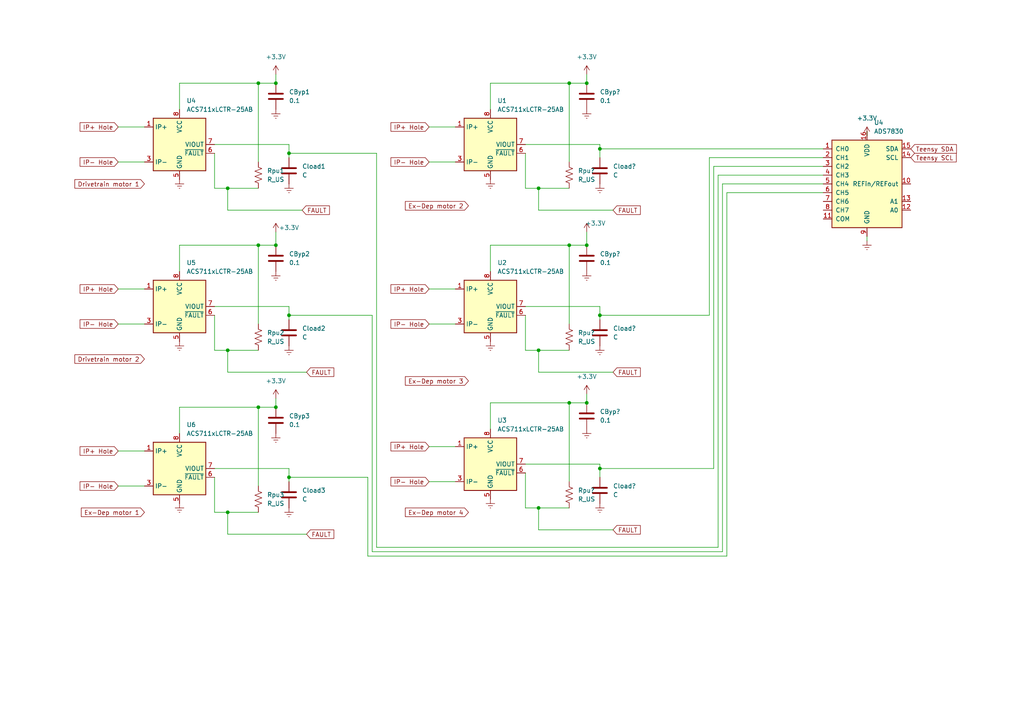
<source format=kicad_sch>
(kicad_sch (version 20211123) (generator eeschema)

  (uuid 2c607ed2-2c94-4c7a-b3fd-ab65c2c4d390)

  (paper "A4")

  (lib_symbols
    (symbol "Analog_DAC:ADS7830" (pin_names (offset 1.016)) (in_bom yes) (on_board yes)
      (property "Reference" "U" (id 0) (at -10.16 13.716 0)
        (effects (font (size 1.27 1.27)) (justify left))
      )
      (property "Value" "ADS7830" (id 1) (at 1.778 13.716 0)
        (effects (font (size 1.27 1.27)) (justify left))
      )
      (property "Footprint" "Package_SO:TSSOP-16_4.4x5mm_P0.65mm" (id 2) (at 2.54 -17.78 0)
        (effects (font (size 1.27 1.27) italic) hide)
      )
      (property "Datasheet" "http://www.ti.com/lit/ds/symlink/ads7830.pdf" (id 3) (at 5.08 -11.43 0)
        (effects (font (size 1.27 1.27)) hide)
      )
      (property "ki_keywords" "8bit DAC 8CH" (id 4) (at 0 0 0)
        (effects (font (size 1.27 1.27)) hide)
      )
      (property "ki_description" "Single-supply, 8bit, 8 ch, SAR, 70kHz SR, 2.7 - 5 VDD, I2C, TSSOP-16" (id 5) (at 0 0 0)
        (effects (font (size 1.27 1.27)) hide)
      )
      (property "ki_fp_filters" "TSSOP*4.4x5mm*P0.65mm*" (id 6) (at 0 0 0)
        (effects (font (size 1.27 1.27)) hide)
      )
      (symbol "ADS7830_0_1"
        (rectangle (start -10.16 12.7) (end 10.16 -12.7)
          (stroke (width 0.254) (type default) (color 0 0 0 0))
          (fill (type background))
        )
      )
      (symbol "ADS7830_1_1"
        (pin input line (at -12.7 10.16 0) (length 2.54)
          (name "CH0" (effects (font (size 1.27 1.27))))
          (number "1" (effects (font (size 1.27 1.27))))
        )
        (pin bidirectional line (at 12.7 0 180) (length 2.54)
          (name "REFin/REFout" (effects (font (size 1.27 1.27))))
          (number "10" (effects (font (size 1.27 1.27))))
        )
        (pin input line (at -12.7 -10.16 0) (length 2.54)
          (name "COM" (effects (font (size 1.27 1.27))))
          (number "11" (effects (font (size 1.27 1.27))))
        )
        (pin input line (at 12.7 -7.62 180) (length 2.54)
          (name "A0" (effects (font (size 1.27 1.27))))
          (number "12" (effects (font (size 1.27 1.27))))
        )
        (pin input line (at 12.7 -5.08 180) (length 2.54)
          (name "A1" (effects (font (size 1.27 1.27))))
          (number "13" (effects (font (size 1.27 1.27))))
        )
        (pin input line (at 12.7 7.62 180) (length 2.54)
          (name "SCL" (effects (font (size 1.27 1.27))))
          (number "14" (effects (font (size 1.27 1.27))))
        )
        (pin bidirectional line (at 12.7 10.16 180) (length 2.54)
          (name "SDA" (effects (font (size 1.27 1.27))))
          (number "15" (effects (font (size 1.27 1.27))))
        )
        (pin power_in line (at 0 15.24 270) (length 2.54)
          (name "VDD" (effects (font (size 1.27 1.27))))
          (number "16" (effects (font (size 1.27 1.27))))
        )
        (pin input line (at -12.7 7.62 0) (length 2.54)
          (name "CH1" (effects (font (size 1.27 1.27))))
          (number "2" (effects (font (size 1.27 1.27))))
        )
        (pin input line (at -12.7 5.08 0) (length 2.54)
          (name "CH2" (effects (font (size 1.27 1.27))))
          (number "3" (effects (font (size 1.27 1.27))))
        )
        (pin input line (at -12.7 2.54 0) (length 2.54)
          (name "CH3" (effects (font (size 1.27 1.27))))
          (number "4" (effects (font (size 1.27 1.27))))
        )
        (pin input line (at -12.7 0 0) (length 2.54)
          (name "CH4" (effects (font (size 1.27 1.27))))
          (number "5" (effects (font (size 1.27 1.27))))
        )
        (pin input line (at -12.7 -2.54 0) (length 2.54)
          (name "CH5" (effects (font (size 1.27 1.27))))
          (number "6" (effects (font (size 1.27 1.27))))
        )
        (pin input line (at -12.7 -5.08 0) (length 2.54)
          (name "CH6" (effects (font (size 1.27 1.27))))
          (number "7" (effects (font (size 1.27 1.27))))
        )
        (pin input line (at -12.7 -7.62 0) (length 2.54)
          (name "CH7" (effects (font (size 1.27 1.27))))
          (number "8" (effects (font (size 1.27 1.27))))
        )
        (pin power_in line (at 0 -15.24 90) (length 2.54)
          (name "GND" (effects (font (size 1.27 1.27))))
          (number "9" (effects (font (size 1.27 1.27))))
        )
      )
    )
    (symbol "Device:C" (pin_numbers hide) (pin_names (offset 0.254)) (in_bom yes) (on_board yes)
      (property "Reference" "C" (id 0) (at 0.635 2.54 0)
        (effects (font (size 1.27 1.27)) (justify left))
      )
      (property "Value" "C" (id 1) (at 0.635 -2.54 0)
        (effects (font (size 1.27 1.27)) (justify left))
      )
      (property "Footprint" "" (id 2) (at 0.9652 -3.81 0)
        (effects (font (size 1.27 1.27)) hide)
      )
      (property "Datasheet" "~" (id 3) (at 0 0 0)
        (effects (font (size 1.27 1.27)) hide)
      )
      (property "ki_keywords" "cap capacitor" (id 4) (at 0 0 0)
        (effects (font (size 1.27 1.27)) hide)
      )
      (property "ki_description" "Unpolarized capacitor" (id 5) (at 0 0 0)
        (effects (font (size 1.27 1.27)) hide)
      )
      (property "ki_fp_filters" "C_*" (id 6) (at 0 0 0)
        (effects (font (size 1.27 1.27)) hide)
      )
      (symbol "C_0_1"
        (polyline
          (pts
            (xy -2.032 -0.762)
            (xy 2.032 -0.762)
          )
          (stroke (width 0.508) (type default) (color 0 0 0 0))
          (fill (type none))
        )
        (polyline
          (pts
            (xy -2.032 0.762)
            (xy 2.032 0.762)
          )
          (stroke (width 0.508) (type default) (color 0 0 0 0))
          (fill (type none))
        )
      )
      (symbol "C_1_1"
        (pin passive line (at 0 3.81 270) (length 2.794)
          (name "~" (effects (font (size 1.27 1.27))))
          (number "1" (effects (font (size 1.27 1.27))))
        )
        (pin passive line (at 0 -3.81 90) (length 2.794)
          (name "~" (effects (font (size 1.27 1.27))))
          (number "2" (effects (font (size 1.27 1.27))))
        )
      )
    )
    (symbol "Device:R_US" (pin_numbers hide) (pin_names (offset 0)) (in_bom yes) (on_board yes)
      (property "Reference" "R" (id 0) (at 2.54 0 90)
        (effects (font (size 1.27 1.27)))
      )
      (property "Value" "R_US" (id 1) (at -2.54 0 90)
        (effects (font (size 1.27 1.27)))
      )
      (property "Footprint" "" (id 2) (at 1.016 -0.254 90)
        (effects (font (size 1.27 1.27)) hide)
      )
      (property "Datasheet" "~" (id 3) (at 0 0 0)
        (effects (font (size 1.27 1.27)) hide)
      )
      (property "ki_keywords" "R res resistor" (id 4) (at 0 0 0)
        (effects (font (size 1.27 1.27)) hide)
      )
      (property "ki_description" "Resistor, US symbol" (id 5) (at 0 0 0)
        (effects (font (size 1.27 1.27)) hide)
      )
      (property "ki_fp_filters" "R_*" (id 6) (at 0 0 0)
        (effects (font (size 1.27 1.27)) hide)
      )
      (symbol "R_US_0_1"
        (polyline
          (pts
            (xy 0 -2.286)
            (xy 0 -2.54)
          )
          (stroke (width 0) (type default) (color 0 0 0 0))
          (fill (type none))
        )
        (polyline
          (pts
            (xy 0 2.286)
            (xy 0 2.54)
          )
          (stroke (width 0) (type default) (color 0 0 0 0))
          (fill (type none))
        )
        (polyline
          (pts
            (xy 0 -0.762)
            (xy 1.016 -1.143)
            (xy 0 -1.524)
            (xy -1.016 -1.905)
            (xy 0 -2.286)
          )
          (stroke (width 0) (type default) (color 0 0 0 0))
          (fill (type none))
        )
        (polyline
          (pts
            (xy 0 0.762)
            (xy 1.016 0.381)
            (xy 0 0)
            (xy -1.016 -0.381)
            (xy 0 -0.762)
          )
          (stroke (width 0) (type default) (color 0 0 0 0))
          (fill (type none))
        )
        (polyline
          (pts
            (xy 0 2.286)
            (xy 1.016 1.905)
            (xy 0 1.524)
            (xy -1.016 1.143)
            (xy 0 0.762)
          )
          (stroke (width 0) (type default) (color 0 0 0 0))
          (fill (type none))
        )
      )
      (symbol "R_US_1_1"
        (pin passive line (at 0 3.81 270) (length 1.27)
          (name "~" (effects (font (size 1.27 1.27))))
          (number "1" (effects (font (size 1.27 1.27))))
        )
        (pin passive line (at 0 -3.81 90) (length 1.27)
          (name "~" (effects (font (size 1.27 1.27))))
          (number "2" (effects (font (size 1.27 1.27))))
        )
      )
    )
    (symbol "Sensor_Current:ACS711xLCTR-25AB" (in_bom yes) (on_board yes)
      (property "Reference" "U" (id 0) (at 8.89 6.35 0)
        (effects (font (size 1.27 1.27)) (justify left))
      )
      (property "Value" "ACS711xLCTR-25AB" (id 1) (at 8.89 3.81 0)
        (effects (font (size 1.27 1.27)) (justify left))
      )
      (property "Footprint" "Package_SO:SOIC-8_3.9x4.9mm_P1.27mm" (id 2) (at 8.89 -1.27 0)
        (effects (font (size 1.27 1.27) italic) (justify left) hide)
      )
      (property "Datasheet" "http://www.allegromicro.com/~/Media/Files/Datasheets/ACS711-Datasheet.ashx" (id 3) (at 0 0 0)
        (effects (font (size 1.27 1.27)) hide)
      )
      (property "ki_keywords" "hall effect current monitor sensor isolated" (id 4) (at 0 0 0)
        (effects (font (size 1.27 1.27)) hide)
      )
      (property "ki_description" "±25A, Bidirectional, Hall-Effect Current Sensor, +3.3V supply, 55mV/A, SOIC-8" (id 5) (at 0 0 0)
        (effects (font (size 1.27 1.27)) hide)
      )
      (property "ki_fp_filters" "SOIC*3.9x4.9mm*P1.27mm*" (id 6) (at 0 0 0)
        (effects (font (size 1.27 1.27)) hide)
      )
      (symbol "ACS711xLCTR-25AB_0_1"
        (rectangle (start -7.62 7.62) (end 7.62 -7.62)
          (stroke (width 0.254) (type default) (color 0 0 0 0))
          (fill (type background))
        )
      )
      (symbol "ACS711xLCTR-25AB_1_1"
        (pin passive line (at -10.16 5.08 0) (length 2.54)
          (name "IP+" (effects (font (size 1.27 1.27))))
          (number "1" (effects (font (size 1.27 1.27))))
        )
        (pin passive line (at -10.16 5.08 0) (length 2.54) hide
          (name "IP+" (effects (font (size 1.27 1.27))))
          (number "2" (effects (font (size 1.27 1.27))))
        )
        (pin passive line (at -10.16 -5.08 0) (length 2.54)
          (name "IP-" (effects (font (size 1.27 1.27))))
          (number "3" (effects (font (size 1.27 1.27))))
        )
        (pin passive line (at -10.16 -5.08 0) (length 2.54) hide
          (name "IP-" (effects (font (size 1.27 1.27))))
          (number "4" (effects (font (size 1.27 1.27))))
        )
        (pin power_in line (at 0 -10.16 90) (length 2.54)
          (name "GND" (effects (font (size 1.27 1.27))))
          (number "5" (effects (font (size 1.27 1.27))))
        )
        (pin output line (at 10.16 -2.54 180) (length 2.54)
          (name "~{FAULT}" (effects (font (size 1.27 1.27))))
          (number "6" (effects (font (size 1.27 1.27))))
        )
        (pin output line (at 10.16 0 180) (length 2.54)
          (name "VIOUT" (effects (font (size 1.27 1.27))))
          (number "7" (effects (font (size 1.27 1.27))))
        )
        (pin power_in line (at 0 10.16 270) (length 2.54)
          (name "VCC" (effects (font (size 1.27 1.27))))
          (number "8" (effects (font (size 1.27 1.27))))
        )
      )
    )
    (symbol "power:+3.3V" (power) (pin_names (offset 0)) (in_bom yes) (on_board yes)
      (property "Reference" "#PWR" (id 0) (at 0 -3.81 0)
        (effects (font (size 1.27 1.27)) hide)
      )
      (property "Value" "+3.3V" (id 1) (at 0 3.556 0)
        (effects (font (size 1.27 1.27)))
      )
      (property "Footprint" "" (id 2) (at 0 0 0)
        (effects (font (size 1.27 1.27)) hide)
      )
      (property "Datasheet" "" (id 3) (at 0 0 0)
        (effects (font (size 1.27 1.27)) hide)
      )
      (property "ki_keywords" "power-flag" (id 4) (at 0 0 0)
        (effects (font (size 1.27 1.27)) hide)
      )
      (property "ki_description" "Power symbol creates a global label with name \"+3.3V\"" (id 5) (at 0 0 0)
        (effects (font (size 1.27 1.27)) hide)
      )
      (symbol "+3.3V_0_1"
        (polyline
          (pts
            (xy -0.762 1.27)
            (xy 0 2.54)
          )
          (stroke (width 0) (type default) (color 0 0 0 0))
          (fill (type none))
        )
        (polyline
          (pts
            (xy 0 0)
            (xy 0 2.54)
          )
          (stroke (width 0) (type default) (color 0 0 0 0))
          (fill (type none))
        )
        (polyline
          (pts
            (xy 0 2.54)
            (xy 0.762 1.27)
          )
          (stroke (width 0) (type default) (color 0 0 0 0))
          (fill (type none))
        )
      )
      (symbol "+3.3V_1_1"
        (pin power_in line (at 0 0 90) (length 0) hide
          (name "+3.3V" (effects (font (size 1.27 1.27))))
          (number "1" (effects (font (size 1.27 1.27))))
        )
      )
    )
    (symbol "power:Earth" (power) (pin_names (offset 0)) (in_bom yes) (on_board yes)
      (property "Reference" "#PWR" (id 0) (at 0 -6.35 0)
        (effects (font (size 1.27 1.27)) hide)
      )
      (property "Value" "Earth" (id 1) (at 0 -3.81 0)
        (effects (font (size 1.27 1.27)) hide)
      )
      (property "Footprint" "" (id 2) (at 0 0 0)
        (effects (font (size 1.27 1.27)) hide)
      )
      (property "Datasheet" "~" (id 3) (at 0 0 0)
        (effects (font (size 1.27 1.27)) hide)
      )
      (property "ki_keywords" "power-flag ground gnd" (id 4) (at 0 0 0)
        (effects (font (size 1.27 1.27)) hide)
      )
      (property "ki_description" "Power symbol creates a global label with name \"Earth\"" (id 5) (at 0 0 0)
        (effects (font (size 1.27 1.27)) hide)
      )
      (symbol "Earth_0_1"
        (polyline
          (pts
            (xy -0.635 -1.905)
            (xy 0.635 -1.905)
          )
          (stroke (width 0) (type default) (color 0 0 0 0))
          (fill (type none))
        )
        (polyline
          (pts
            (xy -0.127 -2.54)
            (xy 0.127 -2.54)
          )
          (stroke (width 0) (type default) (color 0 0 0 0))
          (fill (type none))
        )
        (polyline
          (pts
            (xy 0 -1.27)
            (xy 0 0)
          )
          (stroke (width 0) (type default) (color 0 0 0 0))
          (fill (type none))
        )
        (polyline
          (pts
            (xy 1.27 -1.27)
            (xy -1.27 -1.27)
          )
          (stroke (width 0) (type default) (color 0 0 0 0))
          (fill (type none))
        )
      )
      (symbol "Earth_1_1"
        (pin power_in line (at 0 0 270) (length 0) hide
          (name "Earth" (effects (font (size 1.27 1.27))))
          (number "1" (effects (font (size 1.27 1.27))))
        )
      )
    )
  )

  (junction (at 80.01 118.11) (diameter 0) (color 0 0 0 0)
    (uuid 2efb4ee4-f5db-493b-b2a2-6c4e6c869b71)
  )
  (junction (at 156.21 54.61) (diameter 0) (color 0 0 0 0)
    (uuid 2f4ea655-7fc9-4333-9156-38a12424128e)
  )
  (junction (at 165.1 24.13) (diameter 0) (color 0 0 0 0)
    (uuid 30e397e1-e045-4b73-8846-c134c5a2a705)
  )
  (junction (at 83.82 91.44) (diameter 0) (color 0 0 0 0)
    (uuid 358bfc38-39de-4d45-ab1b-c47783522888)
  )
  (junction (at 83.82 44.45) (diameter 0) (color 0 0 0 0)
    (uuid 3ff52d75-ce53-446b-bc89-87f90cc30831)
  )
  (junction (at 66.04 101.6) (diameter 0) (color 0 0 0 0)
    (uuid 41089559-c0a9-49fb-9e33-0369ed21fb63)
  )
  (junction (at 74.93 71.12) (diameter 0) (color 0 0 0 0)
    (uuid 45c2c14f-56d9-4213-837b-f092a1ff032b)
  )
  (junction (at 165.1 116.84) (diameter 0) (color 0 0 0 0)
    (uuid 5eceb16b-61e0-4c92-b2ae-55ee399c1112)
  )
  (junction (at 165.1 71.12) (diameter 0) (color 0 0 0 0)
    (uuid 646f7b02-873c-4eae-aced-5e361c24e0af)
  )
  (junction (at 173.99 43.18) (diameter 0) (color 0 0 0 0)
    (uuid 67fa6272-6bfc-49e0-aedc-ce14a79668ee)
  )
  (junction (at 83.82 138.43) (diameter 0) (color 0 0 0 0)
    (uuid 7c233ed7-7fd1-46f2-aec1-5019adb610b6)
  )
  (junction (at 170.18 116.84) (diameter 0) (color 0 0 0 0)
    (uuid 9864a7c9-3f8b-4f88-810d-55e7a7aaebfc)
  )
  (junction (at 74.93 24.13) (diameter 0) (color 0 0 0 0)
    (uuid 9e03305f-8314-49d6-ba8c-584e29380cef)
  )
  (junction (at 170.18 71.12) (diameter 0) (color 0 0 0 0)
    (uuid b4fbd6d8-48b8-4f88-9db2-e9c117595699)
  )
  (junction (at 80.01 24.13) (diameter 0) (color 0 0 0 0)
    (uuid bf177833-789b-465a-a1fe-92c8baaf9298)
  )
  (junction (at 66.04 148.59) (diameter 0) (color 0 0 0 0)
    (uuid bf91bb82-dd40-496b-a672-8ed58b842e95)
  )
  (junction (at 74.93 118.11) (diameter 0) (color 0 0 0 0)
    (uuid c6651f66-8a9f-4417-bdaf-9fe3e7a703b4)
  )
  (junction (at 170.18 24.13) (diameter 0) (color 0 0 0 0)
    (uuid d0c2bc9f-0046-4429-8b29-fb525fe9eab3)
  )
  (junction (at 80.01 71.12) (diameter 0) (color 0 0 0 0)
    (uuid d354452b-e012-483e-bf34-8d5b62e395e5)
  )
  (junction (at 173.99 91.44) (diameter 0) (color 0 0 0 0)
    (uuid da45da15-f577-437a-bd5d-a93bf4730ba2)
  )
  (junction (at 156.21 147.32) (diameter 0) (color 0 0 0 0)
    (uuid dab35660-810b-400f-9b40-afc608ec5008)
  )
  (junction (at 66.04 54.61) (diameter 0) (color 0 0 0 0)
    (uuid ebe7b3f2-8b04-41b4-b92d-825bc839f731)
  )
  (junction (at 156.21 101.6) (diameter 0) (color 0 0 0 0)
    (uuid f43762c9-422f-40ef-b8f3-6f015a310379)
  )
  (junction (at 173.99 135.89) (diameter 0) (color 0 0 0 0)
    (uuid f505cf91-8364-499b-9cf3-06495bf1ce8c)
  )

  (wire (pts (xy 208.28 50.8) (xy 208.28 158.75))
    (stroke (width 0) (type default) (color 0 0 0 0))
    (uuid 04b978c2-7346-4716-977a-12e4360d221e)
  )
  (wire (pts (xy 52.07 71.12) (xy 74.93 71.12))
    (stroke (width 0) (type default) (color 0 0 0 0))
    (uuid 04eb2801-6555-4fdd-921e-df1047c2f616)
  )
  (wire (pts (xy 74.93 71.12) (xy 74.93 93.98))
    (stroke (width 0) (type default) (color 0 0 0 0))
    (uuid 054db391-745c-49a0-9b6c-cc3b5bd08a51)
  )
  (wire (pts (xy 152.4 44.45) (xy 152.4 54.61))
    (stroke (width 0) (type default) (color 0 0 0 0))
    (uuid 081ea0d4-45be-4fc4-acc2-e0e3d7037f3f)
  )
  (wire (pts (xy 66.04 154.94) (xy 88.9 154.94))
    (stroke (width 0) (type default) (color 0 0 0 0))
    (uuid 091b77fc-e68b-431a-a7b5-89013ae7ab74)
  )
  (wire (pts (xy 52.07 118.11) (xy 74.93 118.11))
    (stroke (width 0) (type default) (color 0 0 0 0))
    (uuid 09d7843e-49a1-4c91-8ccd-eb0340f71f54)
  )
  (wire (pts (xy 251.46 68.58) (xy 251.46 69.85))
    (stroke (width 0) (type default) (color 0 0 0 0))
    (uuid 0c397dcc-a401-43a6-80dd-8e7260e8f68a)
  )
  (wire (pts (xy 209.55 53.34) (xy 238.76 53.34))
    (stroke (width 0) (type default) (color 0 0 0 0))
    (uuid 0e4c9781-41ce-4243-b5c4-5a590445e5d3)
  )
  (wire (pts (xy 170.18 67.31) (xy 170.18 71.12))
    (stroke (width 0) (type default) (color 0 0 0 0))
    (uuid 0ec4005d-5722-456e-a12f-503fa5dd1f94)
  )
  (wire (pts (xy 83.82 44.45) (xy 109.22 44.45))
    (stroke (width 0) (type default) (color 0 0 0 0))
    (uuid 0fde6b49-8790-49ab-9f80-d1a98c316e24)
  )
  (wire (pts (xy 173.99 135.89) (xy 173.99 138.43))
    (stroke (width 0) (type default) (color 0 0 0 0))
    (uuid 1278519f-e351-4037-9e76-985c745750c4)
  )
  (wire (pts (xy 34.29 36.83) (xy 41.91 36.83))
    (stroke (width 0) (type default) (color 0 0 0 0))
    (uuid 14d12010-1d29-4324-9db7-b50058886f79)
  )
  (wire (pts (xy 173.99 91.44) (xy 205.74 91.44))
    (stroke (width 0) (type default) (color 0 0 0 0))
    (uuid 178bed3b-3650-41b6-adcf-743dc381848b)
  )
  (wire (pts (xy 238.76 50.8) (xy 208.28 50.8))
    (stroke (width 0) (type default) (color 0 0 0 0))
    (uuid 18c68bfc-c017-4b6d-9361-2bd2faa8f096)
  )
  (wire (pts (xy 124.46 83.82) (xy 132.08 83.82))
    (stroke (width 0) (type default) (color 0 0 0 0))
    (uuid 1a71f13b-ed2d-482b-a293-5999ed12e0ed)
  )
  (wire (pts (xy 170.18 114.3) (xy 170.18 116.84))
    (stroke (width 0) (type default) (color 0 0 0 0))
    (uuid 1ce32257-bbb2-4e8b-9a02-37f6ebda09df)
  )
  (wire (pts (xy 209.55 160.02) (xy 209.55 53.34))
    (stroke (width 0) (type default) (color 0 0 0 0))
    (uuid 222111f2-9b57-4a0c-a18b-19464014afd0)
  )
  (wire (pts (xy 106.68 161.29) (xy 210.82 161.29))
    (stroke (width 0) (type default) (color 0 0 0 0))
    (uuid 28f5edcf-7750-472e-8131-38d00587512d)
  )
  (wire (pts (xy 62.23 101.6) (xy 66.04 101.6))
    (stroke (width 0) (type default) (color 0 0 0 0))
    (uuid 2df07a4c-85ab-4a63-b48d-eccebaa001b8)
  )
  (wire (pts (xy 66.04 60.96) (xy 87.63 60.96))
    (stroke (width 0) (type default) (color 0 0 0 0))
    (uuid 2e6d6583-b4f5-48c4-88c9-5b0826cd08e0)
  )
  (wire (pts (xy 83.82 138.43) (xy 83.82 139.7))
    (stroke (width 0) (type default) (color 0 0 0 0))
    (uuid 31b5f88c-e49b-46f5-b6e3-24f6055dc585)
  )
  (wire (pts (xy 62.23 88.9) (xy 83.82 88.9))
    (stroke (width 0) (type default) (color 0 0 0 0))
    (uuid 3441a8a9-b6e4-4736-816c-926b84e8677d)
  )
  (wire (pts (xy 124.46 36.83) (xy 132.08 36.83))
    (stroke (width 0) (type default) (color 0 0 0 0))
    (uuid 352499c0-4199-4be9-8b12-3c31e5decb96)
  )
  (wire (pts (xy 156.21 54.61) (xy 165.1 54.61))
    (stroke (width 0) (type default) (color 0 0 0 0))
    (uuid 370c9d4e-95d0-402f-a605-db03be19c889)
  )
  (wire (pts (xy 83.82 135.89) (xy 83.82 138.43))
    (stroke (width 0) (type default) (color 0 0 0 0))
    (uuid 39159848-343c-47c7-bbd8-447cc01af859)
  )
  (wire (pts (xy 106.68 138.43) (xy 106.68 161.29))
    (stroke (width 0) (type default) (color 0 0 0 0))
    (uuid 39612836-47be-403f-b59d-dca3f32cc860)
  )
  (wire (pts (xy 52.07 125.73) (xy 52.07 118.11))
    (stroke (width 0) (type default) (color 0 0 0 0))
    (uuid 39deced0-5ea3-4a72-8b8d-65c20aa44018)
  )
  (wire (pts (xy 34.29 46.99) (xy 41.91 46.99))
    (stroke (width 0) (type default) (color 0 0 0 0))
    (uuid 3b6b33c3-0a33-4107-9730-34c71623bc10)
  )
  (wire (pts (xy 52.07 24.13) (xy 74.93 24.13))
    (stroke (width 0) (type default) (color 0 0 0 0))
    (uuid 3b8c3e21-5498-4290-9c24-562fd527eb2e)
  )
  (wire (pts (xy 66.04 148.59) (xy 74.93 148.59))
    (stroke (width 0) (type default) (color 0 0 0 0))
    (uuid 3f7c909b-dabc-4150-a23b-0566dd957b94)
  )
  (wire (pts (xy 205.74 45.72) (xy 238.76 45.72))
    (stroke (width 0) (type default) (color 0 0 0 0))
    (uuid 41319a05-5bbe-461d-9829-0ab048b9a612)
  )
  (wire (pts (xy 83.82 88.9) (xy 83.82 91.44))
    (stroke (width 0) (type default) (color 0 0 0 0))
    (uuid 4452693e-ccd4-4cf2-a6da-fe9e2e6d2edb)
  )
  (wire (pts (xy 210.82 55.88) (xy 238.76 55.88))
    (stroke (width 0) (type default) (color 0 0 0 0))
    (uuid 4a5c9e6f-8f8c-420a-b0a3-5bf57f625ecb)
  )
  (wire (pts (xy 156.21 153.67) (xy 177.8 153.67))
    (stroke (width 0) (type default) (color 0 0 0 0))
    (uuid 4ae36dd2-3920-4f8e-88e7-7e0b6b9a3cd6)
  )
  (wire (pts (xy 52.07 78.74) (xy 52.07 71.12))
    (stroke (width 0) (type default) (color 0 0 0 0))
    (uuid 4f0208c9-04a1-4747-8410-3185aed0547b)
  )
  (wire (pts (xy 62.23 54.61) (xy 66.04 54.61))
    (stroke (width 0) (type default) (color 0 0 0 0))
    (uuid 52d89eed-d25e-4371-b3ad-f55a74debbc4)
  )
  (wire (pts (xy 152.4 147.32) (xy 156.21 147.32))
    (stroke (width 0) (type default) (color 0 0 0 0))
    (uuid 53c8431a-538c-4291-acfb-4de3e2c84246)
  )
  (wire (pts (xy 207.01 48.26) (xy 238.76 48.26))
    (stroke (width 0) (type default) (color 0 0 0 0))
    (uuid 54e89095-02da-4734-b78c-0fb0af8be522)
  )
  (wire (pts (xy 208.28 158.75) (xy 109.22 158.75))
    (stroke (width 0) (type default) (color 0 0 0 0))
    (uuid 5660a74b-97d3-4741-a785-e8043f3bc2e2)
  )
  (wire (pts (xy 152.4 88.9) (xy 173.99 88.9))
    (stroke (width 0) (type default) (color 0 0 0 0))
    (uuid 60fdc820-5a32-4be4-9e63-b14dfb2c26d0)
  )
  (wire (pts (xy 74.93 24.13) (xy 80.01 24.13))
    (stroke (width 0) (type default) (color 0 0 0 0))
    (uuid 61a38ff7-4597-41e9-84f6-4ee214afcf7b)
  )
  (wire (pts (xy 165.1 71.12) (xy 165.1 93.98))
    (stroke (width 0) (type default) (color 0 0 0 0))
    (uuid 64427a4f-54ff-431c-84e8-a398238b18fa)
  )
  (wire (pts (xy 83.82 41.91) (xy 83.82 44.45))
    (stroke (width 0) (type default) (color 0 0 0 0))
    (uuid 662b0f01-7654-4444-9e13-174b02b821c8)
  )
  (wire (pts (xy 173.99 91.44) (xy 173.99 92.71))
    (stroke (width 0) (type default) (color 0 0 0 0))
    (uuid 676015a2-fadb-4696-89b4-f6b84cfeb775)
  )
  (wire (pts (xy 156.21 101.6) (xy 156.21 107.95))
    (stroke (width 0) (type default) (color 0 0 0 0))
    (uuid 68cd49ec-2d1f-4fe0-a802-52475dcb32c2)
  )
  (wire (pts (xy 52.07 31.75) (xy 52.07 24.13))
    (stroke (width 0) (type default) (color 0 0 0 0))
    (uuid 6a1407e3-fbf6-4817-8e56-69acbae628bb)
  )
  (wire (pts (xy 142.24 71.12) (xy 165.1 71.12))
    (stroke (width 0) (type default) (color 0 0 0 0))
    (uuid 6b5804ac-c967-4f7b-853d-0dcad8204b72)
  )
  (wire (pts (xy 152.4 91.44) (xy 152.4 101.6))
    (stroke (width 0) (type default) (color 0 0 0 0))
    (uuid 6c9dacce-112c-455f-a4e4-a4f4edb468e4)
  )
  (wire (pts (xy 74.93 71.12) (xy 80.01 71.12))
    (stroke (width 0) (type default) (color 0 0 0 0))
    (uuid 6d3998dd-ac3e-43d6-98e1-c9c84b7f32a7)
  )
  (wire (pts (xy 156.21 147.32) (xy 165.1 147.32))
    (stroke (width 0) (type default) (color 0 0 0 0))
    (uuid 6f47aba2-e2eb-4b63-9b3c-8dd0ee459d89)
  )
  (wire (pts (xy 62.23 44.45) (xy 62.23 54.61))
    (stroke (width 0) (type default) (color 0 0 0 0))
    (uuid 6fd7b1ad-ff8b-46ec-a2ea-dca5d7ad6d0d)
  )
  (wire (pts (xy 170.18 21.59) (xy 170.18 24.13))
    (stroke (width 0) (type default) (color 0 0 0 0))
    (uuid 6ffe01fd-3427-46bc-911a-ed5867ae6942)
  )
  (wire (pts (xy 62.23 138.43) (xy 62.23 148.59))
    (stroke (width 0) (type default) (color 0 0 0 0))
    (uuid 7368329e-72b3-4c2e-9f6a-e373eb66edd5)
  )
  (wire (pts (xy 34.29 93.98) (xy 41.91 93.98))
    (stroke (width 0) (type default) (color 0 0 0 0))
    (uuid 76d5e490-45b4-46fc-bd2d-c5e861c1c52d)
  )
  (wire (pts (xy 152.4 54.61) (xy 156.21 54.61))
    (stroke (width 0) (type default) (color 0 0 0 0))
    (uuid 79d44cfd-257c-4afd-9911-1c1f08ebf129)
  )
  (wire (pts (xy 152.4 41.91) (xy 173.99 41.91))
    (stroke (width 0) (type default) (color 0 0 0 0))
    (uuid 7a149ba5-b2d8-47e9-a281-2683026ec066)
  )
  (wire (pts (xy 83.82 91.44) (xy 107.95 91.44))
    (stroke (width 0) (type default) (color 0 0 0 0))
    (uuid 7eb424eb-fe44-4cda-8567-f94db3f89ccf)
  )
  (wire (pts (xy 165.1 24.13) (xy 170.18 24.13))
    (stroke (width 0) (type default) (color 0 0 0 0))
    (uuid 82a90b25-43c7-47f3-a0ad-376bff9a4dce)
  )
  (wire (pts (xy 66.04 107.95) (xy 88.9 107.95))
    (stroke (width 0) (type default) (color 0 0 0 0))
    (uuid 835b4b3a-5886-444d-8c66-a00a91dc567c)
  )
  (wire (pts (xy 173.99 43.18) (xy 173.99 45.72))
    (stroke (width 0) (type default) (color 0 0 0 0))
    (uuid 83f9356b-c76a-48d4-99fe-0403043bc3cd)
  )
  (wire (pts (xy 156.21 147.32) (xy 156.21 153.67))
    (stroke (width 0) (type default) (color 0 0 0 0))
    (uuid 8e67ee21-a508-46b4-ad1a-d42e58a02e7e)
  )
  (wire (pts (xy 142.24 31.75) (xy 142.24 24.13))
    (stroke (width 0) (type default) (color 0 0 0 0))
    (uuid 91e3681a-8503-4400-b487-ceacfd5d3ae5)
  )
  (wire (pts (xy 74.93 118.11) (xy 80.01 118.11))
    (stroke (width 0) (type default) (color 0 0 0 0))
    (uuid 935b6360-526d-403d-918f-774247e086d2)
  )
  (wire (pts (xy 66.04 54.61) (xy 74.93 54.61))
    (stroke (width 0) (type default) (color 0 0 0 0))
    (uuid 96730271-c25f-45b5-a441-645edd50fddf)
  )
  (wire (pts (xy 156.21 107.95) (xy 177.8 107.95))
    (stroke (width 0) (type default) (color 0 0 0 0))
    (uuid 96fa8e1a-5953-46bc-8728-9ff092f49b7d)
  )
  (wire (pts (xy 173.99 41.91) (xy 173.99 43.18))
    (stroke (width 0) (type default) (color 0 0 0 0))
    (uuid 9a0ec196-1c2f-4b54-8b81-d9c221cd1bbf)
  )
  (wire (pts (xy 156.21 54.61) (xy 156.21 60.96))
    (stroke (width 0) (type default) (color 0 0 0 0))
    (uuid 9b179b63-c162-4fda-8627-c4ae67aa1c44)
  )
  (wire (pts (xy 251.46 38.1) (xy 251.46 39.37))
    (stroke (width 0) (type default) (color 0 0 0 0))
    (uuid 9b4c617d-40b1-465d-bf89-b75f84a60f3b)
  )
  (wire (pts (xy 165.1 71.12) (xy 170.18 71.12))
    (stroke (width 0) (type default) (color 0 0 0 0))
    (uuid a268db94-fccc-497b-935a-76f63936a2f5)
  )
  (wire (pts (xy 156.21 60.96) (xy 177.8 60.96))
    (stroke (width 0) (type default) (color 0 0 0 0))
    (uuid a34363bb-eecc-45fb-bbc7-534f82d4b58f)
  )
  (wire (pts (xy 142.24 124.46) (xy 142.24 116.84))
    (stroke (width 0) (type default) (color 0 0 0 0))
    (uuid acc10ade-9268-48aa-bfee-d219c607b055)
  )
  (wire (pts (xy 173.99 43.18) (xy 238.76 43.18))
    (stroke (width 0) (type default) (color 0 0 0 0))
    (uuid ad7ec462-57fa-488d-bd66-b091564219bb)
  )
  (wire (pts (xy 142.24 24.13) (xy 165.1 24.13))
    (stroke (width 0) (type default) (color 0 0 0 0))
    (uuid aecf148b-e328-466e-beeb-7c7d369620cb)
  )
  (wire (pts (xy 66.04 54.61) (xy 66.04 60.96))
    (stroke (width 0) (type default) (color 0 0 0 0))
    (uuid b193a490-7afe-49ec-b76b-9c2f7e4ce92d)
  )
  (wire (pts (xy 109.22 158.75) (xy 109.22 44.45))
    (stroke (width 0) (type default) (color 0 0 0 0))
    (uuid b3958965-1bc2-4571-a9a1-935760d2b804)
  )
  (wire (pts (xy 156.21 101.6) (xy 165.1 101.6))
    (stroke (width 0) (type default) (color 0 0 0 0))
    (uuid b668fdc0-e847-4ca9-93d6-a56fec0ed8ad)
  )
  (wire (pts (xy 62.23 41.91) (xy 83.82 41.91))
    (stroke (width 0) (type default) (color 0 0 0 0))
    (uuid b6d4b44c-b040-45ae-8600-48542b86d8b9)
  )
  (wire (pts (xy 124.46 139.7) (xy 132.08 139.7))
    (stroke (width 0) (type default) (color 0 0 0 0))
    (uuid bb837d70-f180-407e-aba9-99923a055eb4)
  )
  (wire (pts (xy 107.95 91.44) (xy 107.95 160.02))
    (stroke (width 0) (type default) (color 0 0 0 0))
    (uuid bc1a053b-5ed3-44fa-9dd3-904d395ed5f4)
  )
  (wire (pts (xy 80.01 67.31) (xy 80.01 71.12))
    (stroke (width 0) (type default) (color 0 0 0 0))
    (uuid bd27fd79-a761-4b9b-8277-091abc2b4943)
  )
  (wire (pts (xy 207.01 135.89) (xy 207.01 48.26))
    (stroke (width 0) (type default) (color 0 0 0 0))
    (uuid be261199-a635-48a1-89ff-d37df114014e)
  )
  (wire (pts (xy 210.82 161.29) (xy 210.82 55.88))
    (stroke (width 0) (type default) (color 0 0 0 0))
    (uuid bfce0581-12fa-4c18-9b96-d9e074ed795b)
  )
  (wire (pts (xy 62.23 91.44) (xy 62.23 101.6))
    (stroke (width 0) (type default) (color 0 0 0 0))
    (uuid c22b96a1-bf81-4668-8928-bb4b53e0928a)
  )
  (wire (pts (xy 152.4 101.6) (xy 156.21 101.6))
    (stroke (width 0) (type default) (color 0 0 0 0))
    (uuid c4abead1-48df-4e15-8db3-8d9a614e6cd7)
  )
  (wire (pts (xy 124.46 46.99) (xy 132.08 46.99))
    (stroke (width 0) (type default) (color 0 0 0 0))
    (uuid c4bd356f-d7bd-4fbd-831f-4c613d90e388)
  )
  (wire (pts (xy 165.1 24.13) (xy 165.1 46.99))
    (stroke (width 0) (type default) (color 0 0 0 0))
    (uuid c508a902-fe0b-455c-b242-a39004f0945c)
  )
  (wire (pts (xy 107.95 160.02) (xy 209.55 160.02))
    (stroke (width 0) (type default) (color 0 0 0 0))
    (uuid ca6eae12-64d7-4909-a9ba-96fc231f25ba)
  )
  (wire (pts (xy 66.04 101.6) (xy 66.04 107.95))
    (stroke (width 0) (type default) (color 0 0 0 0))
    (uuid cc7fc7db-83d7-410c-9021-44769313184e)
  )
  (wire (pts (xy 173.99 88.9) (xy 173.99 91.44))
    (stroke (width 0) (type default) (color 0 0 0 0))
    (uuid cf000336-9fc6-4caa-abd8-248a5e068ecc)
  )
  (wire (pts (xy 34.29 130.81) (xy 41.91 130.81))
    (stroke (width 0) (type default) (color 0 0 0 0))
    (uuid d0301fbd-7435-4e9f-9e99-f59caae8d7d9)
  )
  (wire (pts (xy 124.46 93.98) (xy 132.08 93.98))
    (stroke (width 0) (type default) (color 0 0 0 0))
    (uuid d38d68bd-1802-494e-be5c-d386e8186d85)
  )
  (wire (pts (xy 165.1 116.84) (xy 165.1 139.7))
    (stroke (width 0) (type default) (color 0 0 0 0))
    (uuid d5362f68-f9b8-46eb-b7f8-fe6c4f20f0bc)
  )
  (wire (pts (xy 66.04 101.6) (xy 74.93 101.6))
    (stroke (width 0) (type default) (color 0 0 0 0))
    (uuid d5712cd8-9421-470c-af12-65f2f8599506)
  )
  (wire (pts (xy 80.01 115.57) (xy 80.01 118.11))
    (stroke (width 0) (type default) (color 0 0 0 0))
    (uuid d662fd5c-85d2-4b50-a517-3249062f3766)
  )
  (wire (pts (xy 34.29 83.82) (xy 41.91 83.82))
    (stroke (width 0) (type default) (color 0 0 0 0))
    (uuid d66610ad-2871-46f2-87f6-9c67f5418602)
  )
  (wire (pts (xy 173.99 135.89) (xy 207.01 135.89))
    (stroke (width 0) (type default) (color 0 0 0 0))
    (uuid d83e85e6-9647-404e-918f-73b0b179b32a)
  )
  (wire (pts (xy 152.4 137.16) (xy 152.4 147.32))
    (stroke (width 0) (type default) (color 0 0 0 0))
    (uuid d9f7fa5c-ad63-43be-8564-b2db790a5a58)
  )
  (wire (pts (xy 83.82 91.44) (xy 83.82 92.71))
    (stroke (width 0) (type default) (color 0 0 0 0))
    (uuid dcb86106-c35e-41dd-911d-17dcd5f5e141)
  )
  (wire (pts (xy 62.23 135.89) (xy 83.82 135.89))
    (stroke (width 0) (type default) (color 0 0 0 0))
    (uuid e45f0f0e-a699-4af1-8fee-605e59c3e772)
  )
  (wire (pts (xy 34.29 140.97) (xy 41.91 140.97))
    (stroke (width 0) (type default) (color 0 0 0 0))
    (uuid e8328f91-3451-4881-aae7-398c8e646b24)
  )
  (wire (pts (xy 142.24 116.84) (xy 165.1 116.84))
    (stroke (width 0) (type default) (color 0 0 0 0))
    (uuid e951a308-6c63-422d-a899-3175ba0a2a49)
  )
  (wire (pts (xy 83.82 44.45) (xy 83.82 45.72))
    (stroke (width 0) (type default) (color 0 0 0 0))
    (uuid ea5f863e-8b25-408c-ab83-a57f7fae81a3)
  )
  (wire (pts (xy 152.4 134.62) (xy 173.99 134.62))
    (stroke (width 0) (type default) (color 0 0 0 0))
    (uuid eb92c92f-b32e-4097-85bc-1fafe5de468b)
  )
  (wire (pts (xy 205.74 91.44) (xy 205.74 45.72))
    (stroke (width 0) (type default) (color 0 0 0 0))
    (uuid ec217c8f-0923-4fed-a36d-09da3b92c2c4)
  )
  (wire (pts (xy 66.04 148.59) (xy 66.04 154.94))
    (stroke (width 0) (type default) (color 0 0 0 0))
    (uuid ee61e4ba-2377-4425-8206-490c0bb6938c)
  )
  (wire (pts (xy 165.1 116.84) (xy 170.18 116.84))
    (stroke (width 0) (type default) (color 0 0 0 0))
    (uuid eee774d9-5c1e-4c94-a7db-64ff24bb1b9d)
  )
  (wire (pts (xy 74.93 118.11) (xy 74.93 140.97))
    (stroke (width 0) (type default) (color 0 0 0 0))
    (uuid f117c179-a62d-4c15-91fe-f9cd741c2f74)
  )
  (wire (pts (xy 80.01 21.59) (xy 80.01 24.13))
    (stroke (width 0) (type default) (color 0 0 0 0))
    (uuid f1eedcf3-064c-4339-97ea-827c996a06f5)
  )
  (wire (pts (xy 74.93 24.13) (xy 74.93 46.99))
    (stroke (width 0) (type default) (color 0 0 0 0))
    (uuid f24259e1-f487-4dcb-87f9-932669bf5895)
  )
  (wire (pts (xy 83.82 138.43) (xy 106.68 138.43))
    (stroke (width 0) (type default) (color 0 0 0 0))
    (uuid f279dcf0-6af3-4475-a2aa-7083f12b5a91)
  )
  (wire (pts (xy 142.24 78.74) (xy 142.24 71.12))
    (stroke (width 0) (type default) (color 0 0 0 0))
    (uuid f33f7dc9-ebc5-40ae-9a9a-77c2abf6fd99)
  )
  (wire (pts (xy 173.99 134.62) (xy 173.99 135.89))
    (stroke (width 0) (type default) (color 0 0 0 0))
    (uuid f99b1e52-75ad-4b1c-ab55-83a44eb66d43)
  )
  (wire (pts (xy 62.23 148.59) (xy 66.04 148.59))
    (stroke (width 0) (type default) (color 0 0 0 0))
    (uuid fa7644bd-2a0f-46ab-950f-897eec0b1a7d)
  )
  (wire (pts (xy 124.46 129.54) (xy 132.08 129.54))
    (stroke (width 0) (type default) (color 0 0 0 0))
    (uuid fe7c18c3-0320-4f86-a91d-70fe4654090e)
  )

  (global_label "IP+ Hole" (shape input) (at 124.46 83.82 180) (fields_autoplaced)
    (effects (font (size 1.27 1.27)) (justify right))
    (uuid 06d1c81f-917f-4d25-b9cb-16131bdf0884)
    (property "Intersheet References" "${INTERSHEET_REFS}" (id 0) (at 113.3988 83.7406 0)
      (effects (font (size 1.27 1.27)) (justify right) hide)
    )
  )
  (global_label "FAULT" (shape input) (at 177.8 107.95 0) (fields_autoplaced)
    (effects (font (size 1.27 1.27)) (justify left))
    (uuid 0fbbecd8-a9d8-4392-92ab-7d2f0411d99d)
    (property "Intersheet References" "${INTERSHEET_REFS}" (id 0) (at 185.7164 107.8706 0)
      (effects (font (size 1.27 1.27)) (justify left) hide)
    )
  )
  (global_label "FAULT" (shape input) (at 88.9 154.94 0) (fields_autoplaced)
    (effects (font (size 1.27 1.27)) (justify left))
    (uuid 10061654-1a8c-4485-8789-448308c28889)
    (property "Intersheet References" "${INTERSHEET_REFS}" (id 0) (at 96.8164 154.8606 0)
      (effects (font (size 1.27 1.27)) (justify left) hide)
    )
  )
  (global_label "Ex-Dep motor 4" (shape input) (at 135.89 148.59 180) (fields_autoplaced)
    (effects (font (size 1.27 1.27)) (justify right))
    (uuid 1157fe7f-8878-41c2-b7f4-e91d1852f32f)
    (property "Intersheet References" "${INTERSHEET_REFS}" (id 0) (at 117.5717 148.5106 0)
      (effects (font (size 1.27 1.27)) (justify right) hide)
    )
  )
  (global_label "FAULT" (shape input) (at 87.63 60.96 0) (fields_autoplaced)
    (effects (font (size 1.27 1.27)) (justify left))
    (uuid 19a74365-d3a3-491b-9126-22e9922d6231)
    (property "Intersheet References" "${INTERSHEET_REFS}" (id 0) (at 95.5464 60.8806 0)
      (effects (font (size 1.27 1.27)) (justify left) hide)
    )
  )
  (global_label "IP- Hole" (shape input) (at 34.29 93.98 180) (fields_autoplaced)
    (effects (font (size 1.27 1.27)) (justify right))
    (uuid 1daf37f7-a4be-4e15-b3a1-972dede05193)
    (property "Intersheet References" "${INTERSHEET_REFS}" (id 0) (at 23.2288 93.9006 0)
      (effects (font (size 1.27 1.27)) (justify right) hide)
    )
  )
  (global_label "IP- Hole" (shape input) (at 34.29 46.99 180) (fields_autoplaced)
    (effects (font (size 1.27 1.27)) (justify right))
    (uuid 1ebeb1e2-1933-4425-b9a8-8a8cf86cc0ba)
    (property "Intersheet References" "${INTERSHEET_REFS}" (id 0) (at 23.2288 46.9106 0)
      (effects (font (size 1.27 1.27)) (justify right) hide)
    )
  )
  (global_label "Ex-Dep motor 3" (shape input) (at 135.89 110.49 180) (fields_autoplaced)
    (effects (font (size 1.27 1.27)) (justify right))
    (uuid 36b17f2d-8867-4946-80ae-a0c5f3fde8d8)
    (property "Intersheet References" "${INTERSHEET_REFS}" (id 0) (at 117.5717 110.4106 0)
      (effects (font (size 1.27 1.27)) (justify right) hide)
    )
  )
  (global_label "Teensy SDA" (shape input) (at 264.16 43.18 0) (fields_autoplaced)
    (effects (font (size 1.27 1.27)) (justify left))
    (uuid 49a4c979-93f9-4d08-90a1-40554363623c)
    (property "Intersheet References" "${INTERSHEET_REFS}" (id 0) (at 277.3983 43.1006 0)
      (effects (font (size 1.27 1.27)) (justify left) hide)
    )
  )
  (global_label "IP- Hole" (shape input) (at 124.46 93.98 180) (fields_autoplaced)
    (effects (font (size 1.27 1.27)) (justify right))
    (uuid 686872a6-a500-44ef-9bee-258f6ef9ef22)
    (property "Intersheet References" "${INTERSHEET_REFS}" (id 0) (at 113.3988 93.9006 0)
      (effects (font (size 1.27 1.27)) (justify right) hide)
    )
  )
  (global_label "IP+ Hole" (shape input) (at 124.46 36.83 180) (fields_autoplaced)
    (effects (font (size 1.27 1.27)) (justify right))
    (uuid 6ead74c1-79a2-441a-972d-8b8cf645e537)
    (property "Intersheet References" "${INTERSHEET_REFS}" (id 0) (at 113.3988 36.7506 0)
      (effects (font (size 1.27 1.27)) (justify right) hide)
    )
  )
  (global_label "IP- Hole" (shape input) (at 34.29 140.97 180) (fields_autoplaced)
    (effects (font (size 1.27 1.27)) (justify right))
    (uuid 705ec0f9-f081-4ee6-b79e-943dec7c8c88)
    (property "Intersheet References" "${INTERSHEET_REFS}" (id 0) (at 23.2288 140.8906 0)
      (effects (font (size 1.27 1.27)) (justify right) hide)
    )
  )
  (global_label "FAULT" (shape input) (at 88.9 107.95 0) (fields_autoplaced)
    (effects (font (size 1.27 1.27)) (justify left))
    (uuid 7b9d1c1d-036b-4167-a75d-2f4a8b9dd1c4)
    (property "Intersheet References" "${INTERSHEET_REFS}" (id 0) (at 96.8164 107.8706 0)
      (effects (font (size 1.27 1.27)) (justify left) hide)
    )
  )
  (global_label "Drivetrain motor 1" (shape input) (at 41.91 53.34 180) (fields_autoplaced)
    (effects (font (size 1.27 1.27)) (justify right))
    (uuid 8006bc17-2edb-416f-b85e-31dfc6cf1cfe)
    (property "Intersheet References" "${INTERSHEET_REFS}" (id 0) (at 21.7169 53.2606 0)
      (effects (font (size 1.27 1.27)) (justify right) hide)
    )
  )
  (global_label "Ex-Dep motor 2" (shape input) (at 135.89 59.69 180) (fields_autoplaced)
    (effects (font (size 1.27 1.27)) (justify right))
    (uuid 882fc805-393f-4b3b-be6a-4815e4472ec7)
    (property "Intersheet References" "${INTERSHEET_REFS}" (id 0) (at 117.5717 59.6106 0)
      (effects (font (size 1.27 1.27)) (justify right) hide)
    )
  )
  (global_label "Teensy SCL" (shape input) (at 264.16 45.72 0) (fields_autoplaced)
    (effects (font (size 1.27 1.27)) (justify left))
    (uuid 8aec322e-b2bb-4a26-ab1f-e0e5479af84c)
    (property "Intersheet References" "${INTERSHEET_REFS}" (id 0) (at 277.3379 45.6406 0)
      (effects (font (size 1.27 1.27)) (justify left) hide)
    )
  )
  (global_label "IP+ Hole" (shape input) (at 34.29 83.82 180) (fields_autoplaced)
    (effects (font (size 1.27 1.27)) (justify right))
    (uuid 8d8893e0-536c-47c0-b389-226d21f59940)
    (property "Intersheet References" "${INTERSHEET_REFS}" (id 0) (at 23.2288 83.7406 0)
      (effects (font (size 1.27 1.27)) (justify right) hide)
    )
  )
  (global_label "Drivetrain motor 2" (shape input) (at 41.91 104.14 180) (fields_autoplaced)
    (effects (font (size 1.27 1.27)) (justify right))
    (uuid 8e84ba3d-786b-4705-8862-8a8b1e8d5224)
    (property "Intersheet References" "${INTERSHEET_REFS}" (id 0) (at 21.7169 104.0606 0)
      (effects (font (size 1.27 1.27)) (justify right) hide)
    )
  )
  (global_label "IP- Hole" (shape input) (at 124.46 139.7 180) (fields_autoplaced)
    (effects (font (size 1.27 1.27)) (justify right))
    (uuid 901cd0b4-a52e-4170-b3bd-3b66c3da6635)
    (property "Intersheet References" "${INTERSHEET_REFS}" (id 0) (at 113.3988 139.6206 0)
      (effects (font (size 1.27 1.27)) (justify right) hide)
    )
  )
  (global_label "FAULT" (shape input) (at 177.8 153.67 0) (fields_autoplaced)
    (effects (font (size 1.27 1.27)) (justify left))
    (uuid 98dc09a4-b5fd-4f8f-a750-b3c816bdd97d)
    (property "Intersheet References" "${INTERSHEET_REFS}" (id 0) (at 185.7164 153.5906 0)
      (effects (font (size 1.27 1.27)) (justify left) hide)
    )
  )
  (global_label "Ex-Dep motor 1" (shape input) (at 41.91 148.59 180) (fields_autoplaced)
    (effects (font (size 1.27 1.27)) (justify right))
    (uuid 9ca29908-2e1c-4a58-86e9-54fab9aab00d)
    (property "Intersheet References" "${INTERSHEET_REFS}" (id 0) (at 23.5917 148.5106 0)
      (effects (font (size 1.27 1.27)) (justify right) hide)
    )
  )
  (global_label "IP+ Hole" (shape input) (at 34.29 130.81 180) (fields_autoplaced)
    (effects (font (size 1.27 1.27)) (justify right))
    (uuid a86638c4-7c3e-40db-ae8f-c93a7ad5ac99)
    (property "Intersheet References" "${INTERSHEET_REFS}" (id 0) (at 23.2288 130.7306 0)
      (effects (font (size 1.27 1.27)) (justify right) hide)
    )
  )
  (global_label "FAULT" (shape input) (at 177.8 60.96 0) (fields_autoplaced)
    (effects (font (size 1.27 1.27)) (justify left))
    (uuid b784350e-7f3e-4b63-9003-adbb4c92e3e1)
    (property "Intersheet References" "${INTERSHEET_REFS}" (id 0) (at 185.7164 60.8806 0)
      (effects (font (size 1.27 1.27)) (justify left) hide)
    )
  )
  (global_label "IP+ Hole" (shape input) (at 34.29 36.83 180) (fields_autoplaced)
    (effects (font (size 1.27 1.27)) (justify right))
    (uuid bc8dad32-6969-4c35-a5a1-7fcdb42c8392)
    (property "Intersheet References" "${INTERSHEET_REFS}" (id 0) (at 23.2288 36.7506 0)
      (effects (font (size 1.27 1.27)) (justify right) hide)
    )
  )
  (global_label "IP+ Hole" (shape input) (at 124.46 129.54 180) (fields_autoplaced)
    (effects (font (size 1.27 1.27)) (justify right))
    (uuid e44da67b-d778-405f-8adb-92271ac37866)
    (property "Intersheet References" "${INTERSHEET_REFS}" (id 0) (at 113.3988 129.4606 0)
      (effects (font (size 1.27 1.27)) (justify right) hide)
    )
  )
  (global_label "IP- Hole" (shape input) (at 124.46 46.99 180) (fields_autoplaced)
    (effects (font (size 1.27 1.27)) (justify right))
    (uuid fbcae360-7ee5-421a-a1bc-a44d73942d47)
    (property "Intersheet References" "${INTERSHEET_REFS}" (id 0) (at 113.3988 46.9106 0)
      (effects (font (size 1.27 1.27)) (justify right) hide)
    )
  )

  (symbol (lib_id "Sensor_Current:ACS711xLCTR-25AB") (at 52.07 88.9 0) (unit 1)
    (in_bom yes) (on_board yes) (fields_autoplaced)
    (uuid 00201f83-214d-4f63-86ce-4f7afc87acaa)
    (property "Reference" "U5" (id 0) (at 54.0894 76.2 0)
      (effects (font (size 1.27 1.27)) (justify left))
    )
    (property "Value" "ACS711xLCTR-25AB" (id 1) (at 54.0894 78.74 0)
      (effects (font (size 1.27 1.27)) (justify left))
    )
    (property "Footprint" "Package_SO:SOIC-8_3.9x4.9mm_P1.27mm" (id 2) (at 60.96 90.17 0)
      (effects (font (size 1.27 1.27) italic) (justify left) hide)
    )
    (property "Datasheet" "http://www.allegromicro.com/~/Media/Files/Datasheets/ACS711-Datasheet.ashx" (id 3) (at 52.07 88.9 0)
      (effects (font (size 1.27 1.27)) hide)
    )
    (pin "1" (uuid c73fc1ba-6fe1-41a0-8c8d-82e16287bde5))
    (pin "2" (uuid d06c2b26-27e2-45bc-8dae-21fe07d7a0ae))
    (pin "3" (uuid 3947f068-319f-49b0-8033-ca8541ddc39a))
    (pin "4" (uuid 4cca48c8-6d6e-4d6b-9b6c-639f7a810a1d))
    (pin "5" (uuid 770a66e3-4a0e-4227-a084-1ce666701426))
    (pin "6" (uuid e2fe28f5-54a8-42a5-8ee4-4664da7ce4ab))
    (pin "7" (uuid df568e41-9fd6-46f2-800d-f78ee2fb2f7a))
    (pin "8" (uuid af0538bc-3e79-4c79-ae9e-497afeb9b284))
  )

  (symbol (lib_id "Sensor_Current:ACS711xLCTR-25AB") (at 52.07 135.89 0) (unit 1)
    (in_bom yes) (on_board yes) (fields_autoplaced)
    (uuid 0bad0632-f65e-410b-8eea-0b3943add0e6)
    (property "Reference" "U6" (id 0) (at 54.0894 123.19 0)
      (effects (font (size 1.27 1.27)) (justify left))
    )
    (property "Value" "ACS711xLCTR-25AB" (id 1) (at 54.0894 125.73 0)
      (effects (font (size 1.27 1.27)) (justify left))
    )
    (property "Footprint" "Package_SO:SOIC-8_3.9x4.9mm_P1.27mm" (id 2) (at 60.96 137.16 0)
      (effects (font (size 1.27 1.27) italic) (justify left) hide)
    )
    (property "Datasheet" "http://www.allegromicro.com/~/Media/Files/Datasheets/ACS711-Datasheet.ashx" (id 3) (at 52.07 135.89 0)
      (effects (font (size 1.27 1.27)) hide)
    )
    (pin "1" (uuid efec9931-e20f-45ad-8353-f16fe707b53c))
    (pin "2" (uuid dcac6767-f75a-4ecf-b465-9fe78cf89bd1))
    (pin "3" (uuid bb36e789-add7-4f2e-929c-0259a7e9c01b))
    (pin "4" (uuid 99aa74f6-9e00-4937-a104-0e9bead654ef))
    (pin "5" (uuid fc4a1c16-0079-452d-a111-84a63917287b))
    (pin "6" (uuid c5ac0dc8-bb3a-49e6-825a-d250baee6441))
    (pin "7" (uuid fd5169fd-bbb0-4766-9dc1-1260f4e79f67))
    (pin "8" (uuid 0d38a4bf-96d3-447a-ac76-81a0364f73d5))
  )

  (symbol (lib_id "Sensor_Current:ACS711xLCTR-25AB") (at 142.24 88.9 0) (unit 1)
    (in_bom yes) (on_board yes) (fields_autoplaced)
    (uuid 15c9cd18-1e95-48e5-8f40-17a6187b4103)
    (property "Reference" "U2" (id 0) (at 144.2594 76.2 0)
      (effects (font (size 1.27 1.27)) (justify left))
    )
    (property "Value" "ACS711xLCTR-25AB" (id 1) (at 144.2594 78.74 0)
      (effects (font (size 1.27 1.27)) (justify left))
    )
    (property "Footprint" "Package_SO:SOIC-8_3.9x4.9mm_P1.27mm" (id 2) (at 151.13 90.17 0)
      (effects (font (size 1.27 1.27) italic) (justify left) hide)
    )
    (property "Datasheet" "http://www.allegromicro.com/~/Media/Files/Datasheets/ACS711-Datasheet.ashx" (id 3) (at 142.24 88.9 0)
      (effects (font (size 1.27 1.27)) hide)
    )
    (pin "1" (uuid 4b52728f-61c5-4880-bcbb-778dacc7e732))
    (pin "2" (uuid db732962-b837-4633-8d12-c7573cae10a2))
    (pin "3" (uuid 391d15de-ebee-4289-8503-824812c5ca04))
    (pin "4" (uuid 3dbbf86e-1a85-4d09-9be3-720d4fc8776e))
    (pin "5" (uuid e8b5b1c1-aed1-4cb0-b049-0e29f2ee5a7d))
    (pin "6" (uuid b0bcc39f-bcd0-4cc9-94d4-5cc63bd1cdc5))
    (pin "7" (uuid 909448e0-430e-472e-a771-ef2e691ea99c))
    (pin "8" (uuid bfbca08a-4116-4152-a66b-253c34575304))
  )

  (symbol (lib_id "power:Earth") (at 52.07 52.07 0) (unit 1)
    (in_bom yes) (on_board yes) (fields_autoplaced)
    (uuid 175363b5-d5d9-4dc8-a14e-a51c72cfe945)
    (property "Reference" "#PWR0101" (id 0) (at 52.07 58.42 0)
      (effects (font (size 1.27 1.27)) hide)
    )
    (property "Value" "Earth" (id 1) (at 52.07 55.88 0)
      (effects (font (size 1.27 1.27)) hide)
    )
    (property "Footprint" "" (id 2) (at 52.07 52.07 0)
      (effects (font (size 1.27 1.27)) hide)
    )
    (property "Datasheet" "~" (id 3) (at 52.07 52.07 0)
      (effects (font (size 1.27 1.27)) hide)
    )
    (pin "1" (uuid 82531210-01e2-4006-939e-4a1b51a0db81))
  )

  (symbol (lib_id "power:Earth") (at 170.18 78.74 0) (unit 1)
    (in_bom yes) (on_board yes) (fields_autoplaced)
    (uuid 17da02e0-4f2f-4984-b781-971476f21050)
    (property "Reference" "#PWR?" (id 0) (at 170.18 85.09 0)
      (effects (font (size 1.27 1.27)) hide)
    )
    (property "Value" "Earth" (id 1) (at 170.18 82.55 0)
      (effects (font (size 1.27 1.27)) hide)
    )
    (property "Footprint" "" (id 2) (at 170.18 78.74 0)
      (effects (font (size 1.27 1.27)) hide)
    )
    (property "Datasheet" "~" (id 3) (at 170.18 78.74 0)
      (effects (font (size 1.27 1.27)) hide)
    )
    (pin "1" (uuid b743768c-a95e-4aae-acbe-fbbbddcb752c))
  )

  (symbol (lib_id "power:Earth") (at 80.01 78.74 0) (unit 1)
    (in_bom yes) (on_board yes) (fields_autoplaced)
    (uuid 1a4f5bc4-26d3-45af-8009-2dda638da6a0)
    (property "Reference" "#PWR0107" (id 0) (at 80.01 85.09 0)
      (effects (font (size 1.27 1.27)) hide)
    )
    (property "Value" "Earth" (id 1) (at 80.01 82.55 0)
      (effects (font (size 1.27 1.27)) hide)
    )
    (property "Footprint" "" (id 2) (at 80.01 78.74 0)
      (effects (font (size 1.27 1.27)) hide)
    )
    (property "Datasheet" "~" (id 3) (at 80.01 78.74 0)
      (effects (font (size 1.27 1.27)) hide)
    )
    (pin "1" (uuid 65669884-5264-426e-b25b-b591f6109db0))
  )

  (symbol (lib_id "power:Earth") (at 52.07 146.05 0) (unit 1)
    (in_bom yes) (on_board yes) (fields_autoplaced)
    (uuid 215a1038-fdca-4369-9931-a5adbf414b7e)
    (property "Reference" "#PWR0109" (id 0) (at 52.07 152.4 0)
      (effects (font (size 1.27 1.27)) hide)
    )
    (property "Value" "Earth" (id 1) (at 52.07 149.86 0)
      (effects (font (size 1.27 1.27)) hide)
    )
    (property "Footprint" "" (id 2) (at 52.07 146.05 0)
      (effects (font (size 1.27 1.27)) hide)
    )
    (property "Datasheet" "~" (id 3) (at 52.07 146.05 0)
      (effects (font (size 1.27 1.27)) hide)
    )
    (pin "1" (uuid 98da7423-6f45-4b70-8d1d-ff02e044ced7))
  )

  (symbol (lib_id "power:+3.3V") (at 170.18 21.59 0) (unit 1)
    (in_bom yes) (on_board yes) (fields_autoplaced)
    (uuid 2417cf70-0574-4f48-8928-16d74f1bfb40)
    (property "Reference" "#PWR?" (id 0) (at 170.18 25.4 0)
      (effects (font (size 1.27 1.27)) hide)
    )
    (property "Value" "+3.3V" (id 1) (at 170.18 16.51 0))
    (property "Footprint" "" (id 2) (at 170.18 21.59 0)
      (effects (font (size 1.27 1.27)) hide)
    )
    (property "Datasheet" "" (id 3) (at 170.18 21.59 0)
      (effects (font (size 1.27 1.27)) hide)
    )
    (pin "1" (uuid 81f94308-81f6-4121-b09e-4bde32d6a433))
  )

  (symbol (lib_id "Device:C") (at 80.01 121.92 0) (unit 1)
    (in_bom yes) (on_board yes) (fields_autoplaced)
    (uuid 2bb42d0d-7eae-46fb-8c84-d50001d9ef26)
    (property "Reference" "CByp3" (id 0) (at 83.82 120.6499 0)
      (effects (font (size 1.27 1.27)) (justify left))
    )
    (property "Value" "0.1" (id 1) (at 83.82 123.1899 0)
      (effects (font (size 1.27 1.27)) (justify left))
    )
    (property "Footprint" "" (id 2) (at 80.9752 125.73 0)
      (effects (font (size 1.27 1.27)) hide)
    )
    (property "Datasheet" "~" (id 3) (at 80.01 121.92 0)
      (effects (font (size 1.27 1.27)) hide)
    )
    (pin "1" (uuid 8de01fcb-0cae-47c6-aa1d-2ffcb9275aff))
    (pin "2" (uuid 3e48300f-e32f-46e2-9c13-1f5de2dd19eb))
  )

  (symbol (lib_id "power:+3.3V") (at 80.01 67.31 0) (unit 1)
    (in_bom yes) (on_board yes)
    (uuid 2dbc2870-4089-42e4-b19a-5c8c9eaed51a)
    (property "Reference" "#PWR0106" (id 0) (at 80.01 71.12 0)
      (effects (font (size 1.27 1.27)) hide)
    )
    (property "Value" "+3.3V" (id 1) (at 83.82 66.04 0))
    (property "Footprint" "" (id 2) (at 80.01 67.31 0)
      (effects (font (size 1.27 1.27)) hide)
    )
    (property "Datasheet" "" (id 3) (at 80.01 67.31 0)
      (effects (font (size 1.27 1.27)) hide)
    )
    (pin "1" (uuid 87e00bc4-e3c7-4316-8e0f-47382ae5d5b2))
  )

  (symbol (lib_id "Device:R_US") (at 74.93 97.79 0) (unit 1)
    (in_bom yes) (on_board yes) (fields_autoplaced)
    (uuid 2ed3c9c3-1955-4ca2-b722-9565c67565b8)
    (property "Reference" "Rpu2" (id 0) (at 77.47 96.5199 0)
      (effects (font (size 1.27 1.27)) (justify left))
    )
    (property "Value" "R_US" (id 1) (at 77.47 99.0599 0)
      (effects (font (size 1.27 1.27)) (justify left))
    )
    (property "Footprint" "" (id 2) (at 75.946 98.044 90)
      (effects (font (size 1.27 1.27)) hide)
    )
    (property "Datasheet" "~" (id 3) (at 74.93 97.79 0)
      (effects (font (size 1.27 1.27)) hide)
    )
    (pin "1" (uuid a2bcd5ce-ea08-4fcd-bf0e-dbefc836bbec))
    (pin "2" (uuid 56e9c55c-9ba8-4a11-a6ba-973b6cf113fa))
  )

  (symbol (lib_id "power:Earth") (at 142.24 99.06 0) (unit 1)
    (in_bom yes) (on_board yes) (fields_autoplaced)
    (uuid 3595381a-d732-4e9d-9b88-601bf328f758)
    (property "Reference" "#PWR?" (id 0) (at 142.24 105.41 0)
      (effects (font (size 1.27 1.27)) hide)
    )
    (property "Value" "Earth" (id 1) (at 142.24 102.87 0)
      (effects (font (size 1.27 1.27)) hide)
    )
    (property "Footprint" "" (id 2) (at 142.24 99.06 0)
      (effects (font (size 1.27 1.27)) hide)
    )
    (property "Datasheet" "~" (id 3) (at 142.24 99.06 0)
      (effects (font (size 1.27 1.27)) hide)
    )
    (pin "1" (uuid b16364bb-8bd0-4d77-87bc-f1c8a6dcd1ae))
  )

  (symbol (lib_id "power:Earth") (at 173.99 53.34 0) (unit 1)
    (in_bom yes) (on_board yes) (fields_autoplaced)
    (uuid 37cf969f-1ea7-4812-a592-b88af44c8688)
    (property "Reference" "#PWR?" (id 0) (at 173.99 59.69 0)
      (effects (font (size 1.27 1.27)) hide)
    )
    (property "Value" "Earth" (id 1) (at 173.99 57.15 0)
      (effects (font (size 1.27 1.27)) hide)
    )
    (property "Footprint" "" (id 2) (at 173.99 53.34 0)
      (effects (font (size 1.27 1.27)) hide)
    )
    (property "Datasheet" "~" (id 3) (at 173.99 53.34 0)
      (effects (font (size 1.27 1.27)) hide)
    )
    (pin "1" (uuid 66d3e33d-c640-4590-97bb-fbca38e5fa76))
  )

  (symbol (lib_id "Device:C") (at 170.18 120.65 0) (unit 1)
    (in_bom yes) (on_board yes) (fields_autoplaced)
    (uuid 3c4f78b4-82a6-4c24-94b1-7fcbcbcdb477)
    (property "Reference" "CByp?" (id 0) (at 173.99 119.3799 0)
      (effects (font (size 1.27 1.27)) (justify left))
    )
    (property "Value" "0.1" (id 1) (at 173.99 121.9199 0)
      (effects (font (size 1.27 1.27)) (justify left))
    )
    (property "Footprint" "" (id 2) (at 171.1452 124.46 0)
      (effects (font (size 1.27 1.27)) hide)
    )
    (property "Datasheet" "~" (id 3) (at 170.18 120.65 0)
      (effects (font (size 1.27 1.27)) hide)
    )
    (pin "1" (uuid e7fcefd4-6302-467b-b48c-33655edd33d6))
    (pin "2" (uuid 56c9441e-bb51-41c6-ade3-279f437dcf69))
  )

  (symbol (lib_id "Device:C") (at 83.82 49.53 0) (unit 1)
    (in_bom yes) (on_board yes) (fields_autoplaced)
    (uuid 3d20728a-917e-42aa-a8e0-4b1f20a26e0b)
    (property "Reference" "Cload1" (id 0) (at 87.63 48.2599 0)
      (effects (font (size 1.27 1.27)) (justify left))
    )
    (property "Value" "C" (id 1) (at 87.63 50.7999 0)
      (effects (font (size 1.27 1.27)) (justify left))
    )
    (property "Footprint" "" (id 2) (at 84.7852 53.34 0)
      (effects (font (size 1.27 1.27)) hide)
    )
    (property "Datasheet" "~" (id 3) (at 83.82 49.53 0)
      (effects (font (size 1.27 1.27)) hide)
    )
    (pin "1" (uuid 810e0eec-2495-4c69-9618-aedfe6b9f965))
    (pin "2" (uuid 7c3ac6ac-b594-4401-b262-337344625157))
  )

  (symbol (lib_id "power:Earth") (at 173.99 100.33 0) (unit 1)
    (in_bom yes) (on_board yes) (fields_autoplaced)
    (uuid 4c155de0-11ac-4bec-a541-4bd15082451b)
    (property "Reference" "#PWR?" (id 0) (at 173.99 106.68 0)
      (effects (font (size 1.27 1.27)) hide)
    )
    (property "Value" "Earth" (id 1) (at 173.99 104.14 0)
      (effects (font (size 1.27 1.27)) hide)
    )
    (property "Footprint" "" (id 2) (at 173.99 100.33 0)
      (effects (font (size 1.27 1.27)) hide)
    )
    (property "Datasheet" "~" (id 3) (at 173.99 100.33 0)
      (effects (font (size 1.27 1.27)) hide)
    )
    (pin "1" (uuid 07b107cf-d819-4ba2-b1ef-1f314254cdd6))
  )

  (symbol (lib_id "power:Earth") (at 83.82 100.33 0) (unit 1)
    (in_bom yes) (on_board yes) (fields_autoplaced)
    (uuid 50c2f38d-dcc8-430e-b7ff-fe640d66653f)
    (property "Reference" "#PWR0104" (id 0) (at 83.82 106.68 0)
      (effects (font (size 1.27 1.27)) hide)
    )
    (property "Value" "Earth" (id 1) (at 83.82 104.14 0)
      (effects (font (size 1.27 1.27)) hide)
    )
    (property "Footprint" "" (id 2) (at 83.82 100.33 0)
      (effects (font (size 1.27 1.27)) hide)
    )
    (property "Datasheet" "~" (id 3) (at 83.82 100.33 0)
      (effects (font (size 1.27 1.27)) hide)
    )
    (pin "1" (uuid f871574e-02d2-400f-b370-a13b07afba98))
  )

  (symbol (lib_id "power:+3.3V") (at 251.46 39.37 0) (unit 1)
    (in_bom yes) (on_board yes) (fields_autoplaced)
    (uuid 52064b6c-7425-4c8c-b3b7-490df18af44c)
    (property "Reference" "#PWR?" (id 0) (at 251.46 43.18 0)
      (effects (font (size 1.27 1.27)) hide)
    )
    (property "Value" "+3.3V" (id 1) (at 251.46 34.29 0))
    (property "Footprint" "" (id 2) (at 251.46 39.37 0)
      (effects (font (size 1.27 1.27)) hide)
    )
    (property "Datasheet" "" (id 3) (at 251.46 39.37 0)
      (effects (font (size 1.27 1.27)) hide)
    )
    (pin "1" (uuid f1dbc6f3-041b-4a72-ac66-ff3050818114))
  )

  (symbol (lib_id "Device:C") (at 170.18 27.94 0) (unit 1)
    (in_bom yes) (on_board yes) (fields_autoplaced)
    (uuid 557646bc-88ae-4993-ad21-179df9eaf453)
    (property "Reference" "CByp?" (id 0) (at 173.99 26.6699 0)
      (effects (font (size 1.27 1.27)) (justify left))
    )
    (property "Value" "0.1" (id 1) (at 173.99 29.2099 0)
      (effects (font (size 1.27 1.27)) (justify left))
    )
    (property "Footprint" "" (id 2) (at 171.1452 31.75 0)
      (effects (font (size 1.27 1.27)) hide)
    )
    (property "Datasheet" "~" (id 3) (at 170.18 27.94 0)
      (effects (font (size 1.27 1.27)) hide)
    )
    (pin "1" (uuid 4ee457f3-3668-4636-b4bb-fe651d97b602))
    (pin "2" (uuid 1feaadd3-aa5d-4c11-a62f-e16cb3618836))
  )

  (symbol (lib_id "power:Earth") (at 170.18 124.46 0) (unit 1)
    (in_bom yes) (on_board yes) (fields_autoplaced)
    (uuid 61b2b503-bf34-46d3-9684-2676d0fdb604)
    (property "Reference" "#PWR?" (id 0) (at 170.18 130.81 0)
      (effects (font (size 1.27 1.27)) hide)
    )
    (property "Value" "Earth" (id 1) (at 170.18 128.27 0)
      (effects (font (size 1.27 1.27)) hide)
    )
    (property "Footprint" "" (id 2) (at 170.18 124.46 0)
      (effects (font (size 1.27 1.27)) hide)
    )
    (property "Datasheet" "~" (id 3) (at 170.18 124.46 0)
      (effects (font (size 1.27 1.27)) hide)
    )
    (pin "1" (uuid 60138776-a59e-4649-ab61-02b3237cd7cd))
  )

  (symbol (lib_id "Device:R_US") (at 165.1 143.51 0) (unit 1)
    (in_bom yes) (on_board yes) (fields_autoplaced)
    (uuid 662ca768-0e4a-4aec-88fd-89d3f620cd4b)
    (property "Reference" "Rpu?" (id 0) (at 167.64 142.2399 0)
      (effects (font (size 1.27 1.27)) (justify left))
    )
    (property "Value" "R_US" (id 1) (at 167.64 144.7799 0)
      (effects (font (size 1.27 1.27)) (justify left))
    )
    (property "Footprint" "" (id 2) (at 166.116 143.764 90)
      (effects (font (size 1.27 1.27)) hide)
    )
    (property "Datasheet" "~" (id 3) (at 165.1 143.51 0)
      (effects (font (size 1.27 1.27)) hide)
    )
    (pin "1" (uuid 679f5e37-c7c6-4029-bc9d-118d3f4cbd0e))
    (pin "2" (uuid a71eb908-71ac-483c-8c5b-eadc234e09c9))
  )

  (symbol (lib_id "Device:R_US") (at 74.93 144.78 0) (unit 1)
    (in_bom yes) (on_board yes) (fields_autoplaced)
    (uuid 73f0a3c2-046f-45d4-b29f-a4818124a3b7)
    (property "Reference" "Rpu3" (id 0) (at 77.47 143.5099 0)
      (effects (font (size 1.27 1.27)) (justify left))
    )
    (property "Value" "R_US" (id 1) (at 77.47 146.0499 0)
      (effects (font (size 1.27 1.27)) (justify left))
    )
    (property "Footprint" "" (id 2) (at 75.946 145.034 90)
      (effects (font (size 1.27 1.27)) hide)
    )
    (property "Datasheet" "~" (id 3) (at 74.93 144.78 0)
      (effects (font (size 1.27 1.27)) hide)
    )
    (pin "1" (uuid 973dbf98-8509-44a3-8697-dd7ec643cba0))
    (pin "2" (uuid 7afd9bdf-eb98-4ffd-94fc-a15d0f5cb2bd))
  )

  (symbol (lib_id "power:+3.3V") (at 170.18 114.3 0) (unit 1)
    (in_bom yes) (on_board yes) (fields_autoplaced)
    (uuid 787a7a99-00a8-43e0-bb25-a6e5fc2a900a)
    (property "Reference" "#PWR?" (id 0) (at 170.18 118.11 0)
      (effects (font (size 1.27 1.27)) hide)
    )
    (property "Value" "+3.3V" (id 1) (at 170.18 109.22 0))
    (property "Footprint" "" (id 2) (at 170.18 114.3 0)
      (effects (font (size 1.27 1.27)) hide)
    )
    (property "Datasheet" "" (id 3) (at 170.18 114.3 0)
      (effects (font (size 1.27 1.27)) hide)
    )
    (pin "1" (uuid fd5c40ab-2d33-49ce-a971-636415a71d8c))
  )

  (symbol (lib_id "power:Earth") (at 251.46 69.85 0) (unit 1)
    (in_bom yes) (on_board yes) (fields_autoplaced)
    (uuid 7f35183f-7197-4da1-a375-3aea3ed5b064)
    (property "Reference" "#PWR?" (id 0) (at 251.46 76.2 0)
      (effects (font (size 1.27 1.27)) hide)
    )
    (property "Value" "Earth" (id 1) (at 251.46 73.66 0)
      (effects (font (size 1.27 1.27)) hide)
    )
    (property "Footprint" "" (id 2) (at 251.46 69.85 0)
      (effects (font (size 1.27 1.27)) hide)
    )
    (property "Datasheet" "~" (id 3) (at 251.46 69.85 0)
      (effects (font (size 1.27 1.27)) hide)
    )
    (pin "1" (uuid e2480d5a-c448-41cb-aafe-d23bd2863805))
  )

  (symbol (lib_id "Device:R_US") (at 74.93 50.8 0) (unit 1)
    (in_bom yes) (on_board yes) (fields_autoplaced)
    (uuid 80351ed1-29bb-4991-bf3e-81eeb4b349fd)
    (property "Reference" "Rpu1" (id 0) (at 77.47 49.5299 0)
      (effects (font (size 1.27 1.27)) (justify left))
    )
    (property "Value" "R_US" (id 1) (at 77.47 52.0699 0)
      (effects (font (size 1.27 1.27)) (justify left))
    )
    (property "Footprint" "" (id 2) (at 75.946 51.054 90)
      (effects (font (size 1.27 1.27)) hide)
    )
    (property "Datasheet" "~" (id 3) (at 74.93 50.8 0)
      (effects (font (size 1.27 1.27)) hide)
    )
    (pin "1" (uuid 397e70a0-aaf2-44ed-9e10-ff9bc59b4666))
    (pin "2" (uuid 11ef12ee-f414-4686-9ff0-cccf00c9d411))
  )

  (symbol (lib_id "Device:R_US") (at 165.1 97.79 0) (unit 1)
    (in_bom yes) (on_board yes) (fields_autoplaced)
    (uuid 986e832e-021e-4ed3-879c-69309af700da)
    (property "Reference" "Rpu?" (id 0) (at 167.64 96.5199 0)
      (effects (font (size 1.27 1.27)) (justify left))
    )
    (property "Value" "R_US" (id 1) (at 167.64 99.0599 0)
      (effects (font (size 1.27 1.27)) (justify left))
    )
    (property "Footprint" "" (id 2) (at 166.116 98.044 90)
      (effects (font (size 1.27 1.27)) hide)
    )
    (property "Datasheet" "~" (id 3) (at 165.1 97.79 0)
      (effects (font (size 1.27 1.27)) hide)
    )
    (pin "1" (uuid 97f44f5a-ad3b-4289-b045-9ac31dcb7e2a))
    (pin "2" (uuid 76862279-6ff8-4144-9bfc-fba4cba36ea4))
  )

  (symbol (lib_id "Device:C") (at 170.18 74.93 0) (unit 1)
    (in_bom yes) (on_board yes) (fields_autoplaced)
    (uuid 9d47026b-4c5d-4d51-bbd3-d8ae2bc1fb58)
    (property "Reference" "CByp?" (id 0) (at 173.99 73.6599 0)
      (effects (font (size 1.27 1.27)) (justify left))
    )
    (property "Value" "0.1" (id 1) (at 173.99 76.1999 0)
      (effects (font (size 1.27 1.27)) (justify left))
    )
    (property "Footprint" "" (id 2) (at 171.1452 78.74 0)
      (effects (font (size 1.27 1.27)) hide)
    )
    (property "Datasheet" "~" (id 3) (at 170.18 74.93 0)
      (effects (font (size 1.27 1.27)) hide)
    )
    (pin "1" (uuid e96bf561-bbfb-4de5-943b-c04861a8c997))
    (pin "2" (uuid 36e97ee5-2042-413b-8b97-2da3a9230c9a))
  )

  (symbol (lib_id "Device:R_US") (at 165.1 50.8 0) (unit 1)
    (in_bom yes) (on_board yes) (fields_autoplaced)
    (uuid 9fcdc958-f2af-4af3-a764-bf51b7a2d89f)
    (property "Reference" "Rpu?" (id 0) (at 167.64 49.5299 0)
      (effects (font (size 1.27 1.27)) (justify left))
    )
    (property "Value" "R_US" (id 1) (at 167.64 52.0699 0)
      (effects (font (size 1.27 1.27)) (justify left))
    )
    (property "Footprint" "" (id 2) (at 166.116 51.054 90)
      (effects (font (size 1.27 1.27)) hide)
    )
    (property "Datasheet" "~" (id 3) (at 165.1 50.8 0)
      (effects (font (size 1.27 1.27)) hide)
    )
    (pin "1" (uuid 730371f0-cc61-42f5-bdb2-740d8c110c87))
    (pin "2" (uuid c92309a3-5df9-4f24-af73-79d4c8e13133))
  )

  (symbol (lib_id "power:Earth") (at 83.82 147.32 0) (unit 1)
    (in_bom yes) (on_board yes) (fields_autoplaced)
    (uuid a0508e7c-4880-4fdb-b0d3-340c7ee81d71)
    (property "Reference" "#PWR0110" (id 0) (at 83.82 153.67 0)
      (effects (font (size 1.27 1.27)) hide)
    )
    (property "Value" "Earth" (id 1) (at 83.82 151.13 0)
      (effects (font (size 1.27 1.27)) hide)
    )
    (property "Footprint" "" (id 2) (at 83.82 147.32 0)
      (effects (font (size 1.27 1.27)) hide)
    )
    (property "Datasheet" "~" (id 3) (at 83.82 147.32 0)
      (effects (font (size 1.27 1.27)) hide)
    )
    (pin "1" (uuid afb93592-3aa8-4003-b54d-78ec8eb67b53))
  )

  (symbol (lib_id "power:Earth") (at 52.07 99.06 0) (unit 1)
    (in_bom yes) (on_board yes) (fields_autoplaced)
    (uuid a2f674ce-3fab-497a-afb7-cb411f6e4872)
    (property "Reference" "#PWR0108" (id 0) (at 52.07 105.41 0)
      (effects (font (size 1.27 1.27)) hide)
    )
    (property "Value" "Earth" (id 1) (at 52.07 102.87 0)
      (effects (font (size 1.27 1.27)) hide)
    )
    (property "Footprint" "" (id 2) (at 52.07 99.06 0)
      (effects (font (size 1.27 1.27)) hide)
    )
    (property "Datasheet" "~" (id 3) (at 52.07 99.06 0)
      (effects (font (size 1.27 1.27)) hide)
    )
    (pin "1" (uuid b79c853d-0eac-4714-bd60-cb36cb359847))
  )

  (symbol (lib_id "power:+3.3V") (at 170.18 67.31 0) (unit 1)
    (in_bom yes) (on_board yes)
    (uuid abd79604-1d2d-4101-811b-af63baafe2a9)
    (property "Reference" "#PWR?" (id 0) (at 170.18 71.12 0)
      (effects (font (size 1.27 1.27)) hide)
    )
    (property "Value" "+3.3V" (id 1) (at 172.72 64.77 0))
    (property "Footprint" "" (id 2) (at 170.18 67.31 0)
      (effects (font (size 1.27 1.27)) hide)
    )
    (property "Datasheet" "" (id 3) (at 170.18 67.31 0)
      (effects (font (size 1.27 1.27)) hide)
    )
    (pin "1" (uuid 984e39d1-1d52-4c7d-a347-51fcbe043311))
  )

  (symbol (lib_id "power:+3.3V") (at 80.01 115.57 0) (unit 1)
    (in_bom yes) (on_board yes) (fields_autoplaced)
    (uuid b383a207-feaf-4908-be49-451bce7ffdf0)
    (property "Reference" "#PWR0111" (id 0) (at 80.01 119.38 0)
      (effects (font (size 1.27 1.27)) hide)
    )
    (property "Value" "+3.3V" (id 1) (at 80.01 110.49 0))
    (property "Footprint" "" (id 2) (at 80.01 115.57 0)
      (effects (font (size 1.27 1.27)) hide)
    )
    (property "Datasheet" "" (id 3) (at 80.01 115.57 0)
      (effects (font (size 1.27 1.27)) hide)
    )
    (pin "1" (uuid 37c3ba9d-1a97-48d1-a789-1b0fac8f96f9))
  )

  (symbol (lib_id "power:Earth") (at 80.01 31.75 0) (unit 1)
    (in_bom yes) (on_board yes) (fields_autoplaced)
    (uuid b98882ad-3c1e-434c-b6e1-827e4e9cb4d4)
    (property "Reference" "#PWR0103" (id 0) (at 80.01 38.1 0)
      (effects (font (size 1.27 1.27)) hide)
    )
    (property "Value" "Earth" (id 1) (at 80.01 35.56 0)
      (effects (font (size 1.27 1.27)) hide)
    )
    (property "Footprint" "" (id 2) (at 80.01 31.75 0)
      (effects (font (size 1.27 1.27)) hide)
    )
    (property "Datasheet" "~" (id 3) (at 80.01 31.75 0)
      (effects (font (size 1.27 1.27)) hide)
    )
    (pin "1" (uuid 54bff75c-ba4e-402a-b401-639e832865ca))
  )

  (symbol (lib_id "Device:C") (at 173.99 96.52 0) (unit 1)
    (in_bom yes) (on_board yes) (fields_autoplaced)
    (uuid bb9c344a-3999-40a6-b582-7dd66c585309)
    (property "Reference" "Cload?" (id 0) (at 177.8 95.2499 0)
      (effects (font (size 1.27 1.27)) (justify left))
    )
    (property "Value" "C" (id 1) (at 177.8 97.7899 0)
      (effects (font (size 1.27 1.27)) (justify left))
    )
    (property "Footprint" "" (id 2) (at 174.9552 100.33 0)
      (effects (font (size 1.27 1.27)) hide)
    )
    (property "Datasheet" "~" (id 3) (at 173.99 96.52 0)
      (effects (font (size 1.27 1.27)) hide)
    )
    (pin "1" (uuid 58cb3331-7c02-41e4-83ea-b7967537836b))
    (pin "2" (uuid e4559f5b-65dd-4db1-83ba-5592fdd2ef48))
  )

  (symbol (lib_id "Device:C") (at 173.99 142.24 0) (unit 1)
    (in_bom yes) (on_board yes) (fields_autoplaced)
    (uuid c7b63d94-7ea0-46ec-95b2-55a9e5b735ea)
    (property "Reference" "Cload?" (id 0) (at 177.8 140.9699 0)
      (effects (font (size 1.27 1.27)) (justify left))
    )
    (property "Value" "C" (id 1) (at 177.8 143.5099 0)
      (effects (font (size 1.27 1.27)) (justify left))
    )
    (property "Footprint" "" (id 2) (at 174.9552 146.05 0)
      (effects (font (size 1.27 1.27)) hide)
    )
    (property "Datasheet" "~" (id 3) (at 173.99 142.24 0)
      (effects (font (size 1.27 1.27)) hide)
    )
    (pin "1" (uuid ffed993d-1659-47ce-aac9-1af209acfe4b))
    (pin "2" (uuid 66460928-e2bd-4453-a6a6-26926ce18df5))
  )

  (symbol (lib_id "power:Earth") (at 83.82 53.34 0) (unit 1)
    (in_bom yes) (on_board yes) (fields_autoplaced)
    (uuid c7d23e14-894e-40c3-a689-47c21732693a)
    (property "Reference" "#PWR0105" (id 0) (at 83.82 59.69 0)
      (effects (font (size 1.27 1.27)) hide)
    )
    (property "Value" "Earth" (id 1) (at 83.82 57.15 0)
      (effects (font (size 1.27 1.27)) hide)
    )
    (property "Footprint" "" (id 2) (at 83.82 53.34 0)
      (effects (font (size 1.27 1.27)) hide)
    )
    (property "Datasheet" "~" (id 3) (at 83.82 53.34 0)
      (effects (font (size 1.27 1.27)) hide)
    )
    (pin "1" (uuid aaac3036-3e61-474c-bd20-e9dfbd00ec24))
  )

  (symbol (lib_id "power:Earth") (at 173.99 146.05 0) (unit 1)
    (in_bom yes) (on_board yes) (fields_autoplaced)
    (uuid cb9912d3-860f-4ada-ad2a-0d450d8b7ee5)
    (property "Reference" "#PWR?" (id 0) (at 173.99 152.4 0)
      (effects (font (size 1.27 1.27)) hide)
    )
    (property "Value" "Earth" (id 1) (at 173.99 149.86 0)
      (effects (font (size 1.27 1.27)) hide)
    )
    (property "Footprint" "" (id 2) (at 173.99 146.05 0)
      (effects (font (size 1.27 1.27)) hide)
    )
    (property "Datasheet" "~" (id 3) (at 173.99 146.05 0)
      (effects (font (size 1.27 1.27)) hide)
    )
    (pin "1" (uuid 85e2a2dd-aa5d-455f-9355-588822c90199))
  )

  (symbol (lib_id "power:Earth") (at 142.24 144.78 0) (unit 1)
    (in_bom yes) (on_board yes) (fields_autoplaced)
    (uuid cc4b9766-08e6-49a6-81d0-eff67c5620b1)
    (property "Reference" "#PWR?" (id 0) (at 142.24 151.13 0)
      (effects (font (size 1.27 1.27)) hide)
    )
    (property "Value" "Earth" (id 1) (at 142.24 148.59 0)
      (effects (font (size 1.27 1.27)) hide)
    )
    (property "Footprint" "" (id 2) (at 142.24 144.78 0)
      (effects (font (size 1.27 1.27)) hide)
    )
    (property "Datasheet" "~" (id 3) (at 142.24 144.78 0)
      (effects (font (size 1.27 1.27)) hide)
    )
    (pin "1" (uuid 66376b95-6828-4a61-82cf-5c9f9f364351))
  )

  (symbol (lib_id "Device:C") (at 83.82 96.52 0) (unit 1)
    (in_bom yes) (on_board yes) (fields_autoplaced)
    (uuid cdcd7b7c-1a17-4768-b08e-be817c6a5785)
    (property "Reference" "Cload2" (id 0) (at 87.63 95.2499 0)
      (effects (font (size 1.27 1.27)) (justify left))
    )
    (property "Value" "C" (id 1) (at 87.63 97.7899 0)
      (effects (font (size 1.27 1.27)) (justify left))
    )
    (property "Footprint" "" (id 2) (at 84.7852 100.33 0)
      (effects (font (size 1.27 1.27)) hide)
    )
    (property "Datasheet" "~" (id 3) (at 83.82 96.52 0)
      (effects (font (size 1.27 1.27)) hide)
    )
    (pin "1" (uuid a6bfd56e-50af-4aa0-a8c8-787ce95d2862))
    (pin "2" (uuid 861faa9e-a683-4d1e-9d3d-9adcd480c40f))
  )

  (symbol (lib_id "Device:C") (at 83.82 143.51 0) (unit 1)
    (in_bom yes) (on_board yes) (fields_autoplaced)
    (uuid d50756f4-3fb7-4650-a2af-75cd8b17f405)
    (property "Reference" "Cload3" (id 0) (at 87.63 142.2399 0)
      (effects (font (size 1.27 1.27)) (justify left))
    )
    (property "Value" "C" (id 1) (at 87.63 144.7799 0)
      (effects (font (size 1.27 1.27)) (justify left))
    )
    (property "Footprint" "" (id 2) (at 84.7852 147.32 0)
      (effects (font (size 1.27 1.27)) hide)
    )
    (property "Datasheet" "~" (id 3) (at 83.82 143.51 0)
      (effects (font (size 1.27 1.27)) hide)
    )
    (pin "1" (uuid 1d1d36b2-5968-4369-9d63-912382a67ea9))
    (pin "2" (uuid 9857ea5d-e539-4265-ade6-1b215b5d6ef8))
  )

  (symbol (lib_id "power:Earth") (at 170.18 31.75 0) (unit 1)
    (in_bom yes) (on_board yes) (fields_autoplaced)
    (uuid ebfcf8af-4862-48bd-807b-fc29bc6b5ab4)
    (property "Reference" "#PWR?" (id 0) (at 170.18 38.1 0)
      (effects (font (size 1.27 1.27)) hide)
    )
    (property "Value" "Earth" (id 1) (at 170.18 35.56 0)
      (effects (font (size 1.27 1.27)) hide)
    )
    (property "Footprint" "" (id 2) (at 170.18 31.75 0)
      (effects (font (size 1.27 1.27)) hide)
    )
    (property "Datasheet" "~" (id 3) (at 170.18 31.75 0)
      (effects (font (size 1.27 1.27)) hide)
    )
    (pin "1" (uuid e20f7e36-8071-4475-b870-0d5799374bff))
  )

  (symbol (lib_id "Device:C") (at 173.99 49.53 0) (unit 1)
    (in_bom yes) (on_board yes) (fields_autoplaced)
    (uuid ec6bdeea-a524-4eff-adfe-a3ad674776db)
    (property "Reference" "Cload?" (id 0) (at 177.8 48.2599 0)
      (effects (font (size 1.27 1.27)) (justify left))
    )
    (property "Value" "C" (id 1) (at 177.8 50.7999 0)
      (effects (font (size 1.27 1.27)) (justify left))
    )
    (property "Footprint" "" (id 2) (at 174.9552 53.34 0)
      (effects (font (size 1.27 1.27)) hide)
    )
    (property "Datasheet" "~" (id 3) (at 173.99 49.53 0)
      (effects (font (size 1.27 1.27)) hide)
    )
    (pin "1" (uuid a945a50a-0bc0-4293-90f5-1b11865e7cc4))
    (pin "2" (uuid 3d1891aa-b010-4912-a928-ba77ba2f2989))
  )

  (symbol (lib_id "Sensor_Current:ACS711xLCTR-25AB") (at 142.24 134.62 0) (unit 1)
    (in_bom yes) (on_board yes) (fields_autoplaced)
    (uuid ec998884-95ca-4cbf-85dd-56fbfaa7ced6)
    (property "Reference" "U3" (id 0) (at 144.2594 121.92 0)
      (effects (font (size 1.27 1.27)) (justify left))
    )
    (property "Value" "ACS711xLCTR-25AB" (id 1) (at 144.2594 124.46 0)
      (effects (font (size 1.27 1.27)) (justify left))
    )
    (property "Footprint" "Package_SO:SOIC-8_3.9x4.9mm_P1.27mm" (id 2) (at 151.13 135.89 0)
      (effects (font (size 1.27 1.27) italic) (justify left) hide)
    )
    (property "Datasheet" "http://www.allegromicro.com/~/Media/Files/Datasheets/ACS711-Datasheet.ashx" (id 3) (at 142.24 134.62 0)
      (effects (font (size 1.27 1.27)) hide)
    )
    (pin "1" (uuid 2190bb4e-1849-4740-bb66-4e6c03ac291c))
    (pin "2" (uuid 5b001a54-2e90-41d4-98a8-f1cc6a83f872))
    (pin "3" (uuid 095a8483-9f57-478c-8cba-a47975372b25))
    (pin "4" (uuid af251217-e712-4232-945c-fdcb5d9c1c78))
    (pin "5" (uuid 4dcc2344-443e-4785-962b-0e0e19467a02))
    (pin "6" (uuid e81ea08c-f7fd-4274-8702-7076288e420d))
    (pin "7" (uuid cfd8d545-6da6-4488-9464-97ef1d8d775a))
    (pin "8" (uuid c38417a9-e5c6-4733-9999-50b6ea228204))
  )

  (symbol (lib_id "power:Earth") (at 80.01 125.73 0) (unit 1)
    (in_bom yes) (on_board yes) (fields_autoplaced)
    (uuid ed9aef3c-4574-47f2-a751-20c968db91b2)
    (property "Reference" "#PWR0112" (id 0) (at 80.01 132.08 0)
      (effects (font (size 1.27 1.27)) hide)
    )
    (property "Value" "Earth" (id 1) (at 80.01 129.54 0)
      (effects (font (size 1.27 1.27)) hide)
    )
    (property "Footprint" "" (id 2) (at 80.01 125.73 0)
      (effects (font (size 1.27 1.27)) hide)
    )
    (property "Datasheet" "~" (id 3) (at 80.01 125.73 0)
      (effects (font (size 1.27 1.27)) hide)
    )
    (pin "1" (uuid 2b2be49b-3d44-4e81-973a-91b8ebee10fd))
  )

  (symbol (lib_id "Sensor_Current:ACS711xLCTR-25AB") (at 52.07 41.91 0) (unit 1)
    (in_bom yes) (on_board yes) (fields_autoplaced)
    (uuid ee481878-e5af-4f81-9bd3-ebfbeef4abb3)
    (property "Reference" "U4" (id 0) (at 54.0894 29.21 0)
      (effects (font (size 1.27 1.27)) (justify left))
    )
    (property "Value" "ACS711xLCTR-25AB" (id 1) (at 54.0894 31.75 0)
      (effects (font (size 1.27 1.27)) (justify left))
    )
    (property "Footprint" "Package_SO:SOIC-8_3.9x4.9mm_P1.27mm" (id 2) (at 60.96 43.18 0)
      (effects (font (size 1.27 1.27) italic) (justify left) hide)
    )
    (property "Datasheet" "http://www.allegromicro.com/~/Media/Files/Datasheets/ACS711-Datasheet.ashx" (id 3) (at 52.07 41.91 0)
      (effects (font (size 1.27 1.27)) hide)
    )
    (pin "1" (uuid 5cca7683-1e64-403d-adbc-a6562bad011b))
    (pin "2" (uuid cb9ce3de-b70c-4aa2-a353-bc93df090502))
    (pin "3" (uuid b96aa8f0-292d-45e0-b7ed-415bb48c2eb1))
    (pin "4" (uuid b1b5a016-14c5-4ba5-919d-9dfd22158052))
    (pin "5" (uuid 56971a76-00fb-4975-8e71-6b5eb1da9ded))
    (pin "6" (uuid 0519c0aa-2bb5-4346-947a-b30a8a04382f))
    (pin "7" (uuid 1a5ec85f-3566-4523-86d7-c62e4dc506a2))
    (pin "8" (uuid 54f03a20-0003-4499-8a25-a024eaab40af))
  )

  (symbol (lib_id "Device:C") (at 80.01 27.94 0) (unit 1)
    (in_bom yes) (on_board yes) (fields_autoplaced)
    (uuid ef0da97f-7ee6-4f77-a60a-f64c8b21106a)
    (property "Reference" "CByp1" (id 0) (at 83.82 26.6699 0)
      (effects (font (size 1.27 1.27)) (justify left))
    )
    (property "Value" "0.1" (id 1) (at 83.82 29.2099 0)
      (effects (font (size 1.27 1.27)) (justify left))
    )
    (property "Footprint" "" (id 2) (at 80.9752 31.75 0)
      (effects (font (size 1.27 1.27)) hide)
    )
    (property "Datasheet" "~" (id 3) (at 80.01 27.94 0)
      (effects (font (size 1.27 1.27)) hide)
    )
    (pin "1" (uuid 4a23995d-477e-4886-944f-af07faf8aee8))
    (pin "2" (uuid e406abf1-0df5-4651-860c-7c79184db2d6))
  )

  (symbol (lib_id "power:Earth") (at 142.24 52.07 0) (unit 1)
    (in_bom yes) (on_board yes) (fields_autoplaced)
    (uuid f544baf4-5685-49b2-851f-75851a952bbd)
    (property "Reference" "#PWR?" (id 0) (at 142.24 58.42 0)
      (effects (font (size 1.27 1.27)) hide)
    )
    (property "Value" "Earth" (id 1) (at 142.24 55.88 0)
      (effects (font (size 1.27 1.27)) hide)
    )
    (property "Footprint" "" (id 2) (at 142.24 52.07 0)
      (effects (font (size 1.27 1.27)) hide)
    )
    (property "Datasheet" "~" (id 3) (at 142.24 52.07 0)
      (effects (font (size 1.27 1.27)) hide)
    )
    (pin "1" (uuid 7390a5e1-f030-41a6-b17d-b47db9fadc56))
  )

  (symbol (lib_id "Analog_DAC:ADS7830") (at 251.46 53.34 0) (unit 1)
    (in_bom yes) (on_board yes) (fields_autoplaced)
    (uuid f85a2a25-ca1c-4eff-aa5f-1f04d295c09d)
    (property "Reference" "U4" (id 0) (at 253.4794 35.56 0)
      (effects (font (size 1.27 1.27)) (justify left))
    )
    (property "Value" "ADS7830" (id 1) (at 253.4794 38.1 0)
      (effects (font (size 1.27 1.27)) (justify left))
    )
    (property "Footprint" "Package_SO:TSSOP-16_4.4x5mm_P0.65mm" (id 2) (at 254 71.12 0)
      (effects (font (size 1.27 1.27) italic) hide)
    )
    (property "Datasheet" "http://www.ti.com/lit/ds/symlink/ads7830.pdf" (id 3) (at 256.54 64.77 0)
      (effects (font (size 1.27 1.27)) hide)
    )
    (pin "1" (uuid 6cc4c4b1-3c80-4068-bf08-84de108a3c40))
    (pin "10" (uuid e062b291-b0e6-4aa5-b0c1-91aa741cd575))
    (pin "11" (uuid 4dbbec17-1df2-4b8e-b913-c0e830d850ea))
    (pin "12" (uuid e35e2098-004a-4a76-9e19-be3e460c279d))
    (pin "13" (uuid 3b42a459-2f5b-4c03-9763-45835277ab9e))
    (pin "14" (uuid bcb8fdf7-e7d3-43c0-b50d-042c45142ad4))
    (pin "15" (uuid 0d60980f-2766-42f6-8b5a-34ac2a68e85e))
    (pin "16" (uuid 624ddf16-3b0b-4ebb-af46-f83c3512f596))
    (pin "2" (uuid 425e3ea5-22ef-4a36-b98d-b04da023fc70))
    (pin "3" (uuid 977acf1b-bc73-4d98-a9f5-dc088f88f5cf))
    (pin "4" (uuid bc4a1fcd-7803-4810-b1db-e2536400a848))
    (pin "5" (uuid 7d09b8b5-11cf-42c2-aef8-f6659acbee08))
    (pin "6" (uuid 9e505fdb-c020-4059-b811-8072591136dd))
    (pin "7" (uuid ef4b798f-213b-4779-ba3e-01a484f40ff7))
    (pin "8" (uuid 75db2471-af45-4733-9ef9-dc8a9b923115))
    (pin "9" (uuid 63a52dab-b5b2-40eb-b4f6-9201a8fa297e))
  )

  (symbol (lib_id "Sensor_Current:ACS711xLCTR-25AB") (at 142.24 41.91 0) (unit 1)
    (in_bom yes) (on_board yes) (fields_autoplaced)
    (uuid f9f67f22-dab4-4d81-b544-d6ff86a5cf6f)
    (property "Reference" "U1" (id 0) (at 144.2594 29.21 0)
      (effects (font (size 1.27 1.27)) (justify left))
    )
    (property "Value" "ACS711xLCTR-25AB" (id 1) (at 144.2594 31.75 0)
      (effects (font (size 1.27 1.27)) (justify left))
    )
    (property "Footprint" "Package_SO:SOIC-8_3.9x4.9mm_P1.27mm" (id 2) (at 151.13 43.18 0)
      (effects (font (size 1.27 1.27) italic) (justify left) hide)
    )
    (property "Datasheet" "http://www.allegromicro.com/~/Media/Files/Datasheets/ACS711-Datasheet.ashx" (id 3) (at 142.24 41.91 0)
      (effects (font (size 1.27 1.27)) hide)
    )
    (pin "1" (uuid 59061b9d-91a9-4fdf-a992-2f4f8e7b5c28))
    (pin "2" (uuid 95390175-ac97-412d-ac48-0d60d65f54f3))
    (pin "3" (uuid b1a39387-7714-4952-b3fb-bbd523d8f037))
    (pin "4" (uuid e51621f8-08ad-446c-98f9-2c926f1a3639))
    (pin "5" (uuid 8137d5f1-f78f-4783-9ee3-9dde14efb5f4))
    (pin "6" (uuid b891a922-19cc-4030-bd5c-a6944779f747))
    (pin "7" (uuid 0d7bc3a2-72ea-4ba0-8a33-a24b47c92464))
    (pin "8" (uuid adb10d7b-1a29-41a0-9508-7161301b6e27))
  )

  (symbol (lib_id "Device:C") (at 80.01 74.93 0) (unit 1)
    (in_bom yes) (on_board yes) (fields_autoplaced)
    (uuid fddada7e-f264-4919-a2f4-a7c8bb3f5283)
    (property "Reference" "CByp2" (id 0) (at 83.82 73.6599 0)
      (effects (font (size 1.27 1.27)) (justify left))
    )
    (property "Value" "0.1" (id 1) (at 83.82 76.1999 0)
      (effects (font (size 1.27 1.27)) (justify left))
    )
    (property "Footprint" "" (id 2) (at 80.9752 78.74 0)
      (effects (font (size 1.27 1.27)) hide)
    )
    (property "Datasheet" "~" (id 3) (at 80.01 74.93 0)
      (effects (font (size 1.27 1.27)) hide)
    )
    (pin "1" (uuid a208738c-5bee-4ac7-aba7-8c36a670ad7b))
    (pin "2" (uuid 0ffa5838-13db-4930-9277-a36b6054e701))
  )

  (symbol (lib_id "power:+3.3V") (at 80.01 21.59 0) (unit 1)
    (in_bom yes) (on_board yes) (fields_autoplaced)
    (uuid fefc9867-8ee7-4fe7-87cc-d916d99eb290)
    (property "Reference" "#PWR0102" (id 0) (at 80.01 25.4 0)
      (effects (font (size 1.27 1.27)) hide)
    )
    (property "Value" "+3.3V" (id 1) (at 80.01 16.51 0))
    (property "Footprint" "" (id 2) (at 80.01 21.59 0)
      (effects (font (size 1.27 1.27)) hide)
    )
    (property "Datasheet" "" (id 3) (at 80.01 21.59 0)
      (effects (font (size 1.27 1.27)) hide)
    )
    (pin "1" (uuid a57dc5e2-8967-4b43-8db0-d5e819deab34))
  )

  (sheet_instances
    (path "/" (page "1"))
  )

  (symbol_instances
    (path "/175363b5-d5d9-4dc8-a14e-a51c72cfe945"
      (reference "#PWR0101") (unit 1) (value "Earth") (footprint "")
    )
    (path "/fefc9867-8ee7-4fe7-87cc-d916d99eb290"
      (reference "#PWR0102") (unit 1) (value "+3.3V") (footprint "")
    )
    (path "/b98882ad-3c1e-434c-b6e1-827e4e9cb4d4"
      (reference "#PWR0103") (unit 1) (value "Earth") (footprint "")
    )
    (path "/50c2f38d-dcc8-430e-b7ff-fe640d66653f"
      (reference "#PWR0104") (unit 1) (value "Earth") (footprint "")
    )
    (path "/c7d23e14-894e-40c3-a689-47c21732693a"
      (reference "#PWR0105") (unit 1) (value "Earth") (footprint "")
    )
    (path "/2dbc2870-4089-42e4-b19a-5c8c9eaed51a"
      (reference "#PWR0106") (unit 1) (value "+3.3V") (footprint "")
    )
    (path "/1a4f5bc4-26d3-45af-8009-2dda638da6a0"
      (reference "#PWR0107") (unit 1) (value "Earth") (footprint "")
    )
    (path "/a2f674ce-3fab-497a-afb7-cb411f6e4872"
      (reference "#PWR0108") (unit 1) (value "Earth") (footprint "")
    )
    (path "/215a1038-fdca-4369-9931-a5adbf414b7e"
      (reference "#PWR0109") (unit 1) (value "Earth") (footprint "")
    )
    (path "/a0508e7c-4880-4fdb-b0d3-340c7ee81d71"
      (reference "#PWR0110") (unit 1) (value "Earth") (footprint "")
    )
    (path "/b383a207-feaf-4908-be49-451bce7ffdf0"
      (reference "#PWR0111") (unit 1) (value "+3.3V") (footprint "")
    )
    (path "/ed9aef3c-4574-47f2-a751-20c968db91b2"
      (reference "#PWR0112") (unit 1) (value "Earth") (footprint "")
    )
    (path "/17da02e0-4f2f-4984-b781-971476f21050"
      (reference "#PWR?") (unit 1) (value "Earth") (footprint "")
    )
    (path "/2417cf70-0574-4f48-8928-16d74f1bfb40"
      (reference "#PWR?") (unit 1) (value "+3.3V") (footprint "")
    )
    (path "/3595381a-d732-4e9d-9b88-601bf328f758"
      (reference "#PWR?") (unit 1) (value "Earth") (footprint "")
    )
    (path "/37cf969f-1ea7-4812-a592-b88af44c8688"
      (reference "#PWR?") (unit 1) (value "Earth") (footprint "")
    )
    (path "/4c155de0-11ac-4bec-a541-4bd15082451b"
      (reference "#PWR?") (unit 1) (value "Earth") (footprint "")
    )
    (path "/52064b6c-7425-4c8c-b3b7-490df18af44c"
      (reference "#PWR?") (unit 1) (value "+3.3V") (footprint "")
    )
    (path "/61b2b503-bf34-46d3-9684-2676d0fdb604"
      (reference "#PWR?") (unit 1) (value "Earth") (footprint "")
    )
    (path "/787a7a99-00a8-43e0-bb25-a6e5fc2a900a"
      (reference "#PWR?") (unit 1) (value "+3.3V") (footprint "")
    )
    (path "/7f35183f-7197-4da1-a375-3aea3ed5b064"
      (reference "#PWR?") (unit 1) (value "Earth") (footprint "")
    )
    (path "/abd79604-1d2d-4101-811b-af63baafe2a9"
      (reference "#PWR?") (unit 1) (value "+3.3V") (footprint "")
    )
    (path "/cb9912d3-860f-4ada-ad2a-0d450d8b7ee5"
      (reference "#PWR?") (unit 1) (value "Earth") (footprint "")
    )
    (path "/cc4b9766-08e6-49a6-81d0-eff67c5620b1"
      (reference "#PWR?") (unit 1) (value "Earth") (footprint "")
    )
    (path "/ebfcf8af-4862-48bd-807b-fc29bc6b5ab4"
      (reference "#PWR?") (unit 1) (value "Earth") (footprint "")
    )
    (path "/f544baf4-5685-49b2-851f-75851a952bbd"
      (reference "#PWR?") (unit 1) (value "Earth") (footprint "")
    )
    (path "/ef0da97f-7ee6-4f77-a60a-f64c8b21106a"
      (reference "CByp1") (unit 1) (value "0.1") (footprint "")
    )
    (path "/fddada7e-f264-4919-a2f4-a7c8bb3f5283"
      (reference "CByp2") (unit 1) (value "0.1") (footprint "")
    )
    (path "/2bb42d0d-7eae-46fb-8c84-d50001d9ef26"
      (reference "CByp3") (unit 1) (value "0.1") (footprint "")
    )
    (path "/3c4f78b4-82a6-4c24-94b1-7fcbcbcdb477"
      (reference "CByp?") (unit 1) (value "0.1") (footprint "")
    )
    (path "/557646bc-88ae-4993-ad21-179df9eaf453"
      (reference "CByp?") (unit 1) (value "0.1") (footprint "")
    )
    (path "/9d47026b-4c5d-4d51-bbd3-d8ae2bc1fb58"
      (reference "CByp?") (unit 1) (value "0.1") (footprint "")
    )
    (path "/3d20728a-917e-42aa-a8e0-4b1f20a26e0b"
      (reference "Cload1") (unit 1) (value "C") (footprint "")
    )
    (path "/cdcd7b7c-1a17-4768-b08e-be817c6a5785"
      (reference "Cload2") (unit 1) (value "C") (footprint "")
    )
    (path "/d50756f4-3fb7-4650-a2af-75cd8b17f405"
      (reference "Cload3") (unit 1) (value "C") (footprint "")
    )
    (path "/bb9c344a-3999-40a6-b582-7dd66c585309"
      (reference "Cload?") (unit 1) (value "C") (footprint "")
    )
    (path "/c7b63d94-7ea0-46ec-95b2-55a9e5b735ea"
      (reference "Cload?") (unit 1) (value "C") (footprint "")
    )
    (path "/ec6bdeea-a524-4eff-adfe-a3ad674776db"
      (reference "Cload?") (unit 1) (value "C") (footprint "")
    )
    (path "/80351ed1-29bb-4991-bf3e-81eeb4b349fd"
      (reference "Rpu1") (unit 1) (value "R_US") (footprint "")
    )
    (path "/2ed3c9c3-1955-4ca2-b722-9565c67565b8"
      (reference "Rpu2") (unit 1) (value "R_US") (footprint "")
    )
    (path "/73f0a3c2-046f-45d4-b29f-a4818124a3b7"
      (reference "Rpu3") (unit 1) (value "R_US") (footprint "")
    )
    (path "/662ca768-0e4a-4aec-88fd-89d3f620cd4b"
      (reference "Rpu?") (unit 1) (value "R_US") (footprint "")
    )
    (path "/986e832e-021e-4ed3-879c-69309af700da"
      (reference "Rpu?") (unit 1) (value "R_US") (footprint "")
    )
    (path "/9fcdc958-f2af-4af3-a764-bf51b7a2d89f"
      (reference "Rpu?") (unit 1) (value "R_US") (footprint "")
    )
    (path "/f9f67f22-dab4-4d81-b544-d6ff86a5cf6f"
      (reference "U1") (unit 1) (value "ACS711xLCTR-25AB") (footprint "Package_SO:SOIC-8_3.9x4.9mm_P1.27mm")
    )
    (path "/15c9cd18-1e95-48e5-8f40-17a6187b4103"
      (reference "U2") (unit 1) (value "ACS711xLCTR-25AB") (footprint "Package_SO:SOIC-8_3.9x4.9mm_P1.27mm")
    )
    (path "/ec998884-95ca-4cbf-85dd-56fbfaa7ced6"
      (reference "U3") (unit 1) (value "ACS711xLCTR-25AB") (footprint "Package_SO:SOIC-8_3.9x4.9mm_P1.27mm")
    )
    (path "/ee481878-e5af-4f81-9bd3-ebfbeef4abb3"
      (reference "U4") (unit 1) (value "ACS711xLCTR-25AB") (footprint "Package_SO:SOIC-8_3.9x4.9mm_P1.27mm")
    )
    (path "/f85a2a25-ca1c-4eff-aa5f-1f04d295c09d"
      (reference "U4") (unit 1) (value "ADS7830") (footprint "Package_SO:TSSOP-16_4.4x5mm_P0.65mm")
    )
    (path "/00201f83-214d-4f63-86ce-4f7afc87acaa"
      (reference "U5") (unit 1) (value "ACS711xLCTR-25AB") (footprint "Package_SO:SOIC-8_3.9x4.9mm_P1.27mm")
    )
    (path "/0bad0632-f65e-410b-8eea-0b3943add0e6"
      (reference "U6") (unit 1) (value "ACS711xLCTR-25AB") (footprint "Package_SO:SOIC-8_3.9x4.9mm_P1.27mm")
    )
  )
)

</source>
